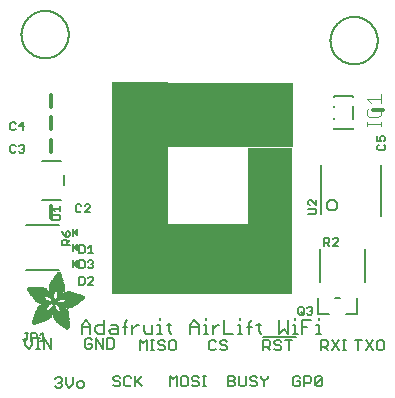
<source format=gbr>
G04 EAGLE Gerber RS-274X export*
G75*
%MOMM*%
%FSLAX34Y34*%
%LPD*%
%INSilkscreen Top*%
%IPPOS*%
%AMOC8*
5,1,8,0,0,1.08239X$1,22.5*%
G01*
%ADD10C,0.127000*%
%ADD11R,4.699000X17.907000*%
%ADD12R,13.208000X5.461000*%
%ADD13R,3.810000X12.446000*%
%ADD14R,7.239000X5.969000*%
%ADD15C,0.152400*%
%ADD16C,0.304800*%
%ADD17C,0.203200*%
%ADD18R,0.127000X0.762000*%
%ADD19C,0.101600*%
%ADD20R,0.068600X0.007600*%
%ADD21R,0.114300X0.007600*%
%ADD22R,0.152400X0.007700*%
%ADD23R,0.182900X0.007600*%
%ADD24R,0.205700X0.007600*%
%ADD25R,0.228600X0.007600*%
%ADD26R,0.259100X0.007600*%
%ADD27R,0.274300X0.007700*%
%ADD28R,0.289500X0.007600*%
%ADD29R,0.304800X0.007600*%
%ADD30R,0.320100X0.007600*%
%ADD31R,0.342900X0.007600*%
%ADD32R,0.350500X0.007700*%
%ADD33R,0.365800X0.007600*%
%ADD34R,0.381000X0.007600*%
%ADD35R,0.388600X0.007600*%
%ADD36R,0.403800X0.007600*%
%ADD37R,0.419100X0.007700*%
%ADD38R,0.426700X0.007600*%
%ADD39R,0.441900X0.007600*%
%ADD40R,0.449600X0.007600*%
%ADD41R,0.464800X0.007600*%
%ADD42R,0.480000X0.007700*%
%ADD43R,0.487600X0.007600*%
%ADD44R,0.495300X0.007600*%
%ADD45R,0.510500X0.007600*%
%ADD46R,0.518100X0.007600*%
%ADD47R,0.525700X0.007700*%
%ADD48R,0.541000X0.007600*%
%ADD49R,0.548600X0.007600*%
%ADD50R,0.563800X0.007600*%
%ADD51R,0.571500X0.007600*%
%ADD52R,0.579100X0.007700*%
%ADD53R,0.594300X0.007600*%
%ADD54R,0.601900X0.007600*%
%ADD55R,0.609600X0.007600*%
%ADD56R,0.624800X0.007600*%
%ADD57R,0.632400X0.007700*%
%ADD58R,0.640000X0.007600*%
%ADD59R,0.655300X0.007600*%
%ADD60R,0.662900X0.007600*%
%ADD61R,0.678100X0.007600*%
%ADD62R,0.685800X0.007700*%
%ADD63R,0.693400X0.007600*%
%ADD64R,0.708600X0.007600*%
%ADD65R,0.716200X0.007600*%
%ADD66R,0.723900X0.007600*%
%ADD67R,0.739100X0.007700*%
%ADD68R,0.746700X0.007600*%
%ADD69R,0.754300X0.007600*%
%ADD70R,0.769600X0.007600*%
%ADD71R,0.777200X0.007600*%
%ADD72R,0.792400X0.007700*%
%ADD73R,0.800100X0.007600*%
%ADD74R,0.807700X0.007600*%
%ADD75R,0.822900X0.007600*%
%ADD76R,0.830500X0.007600*%
%ADD77R,0.838200X0.007700*%
%ADD78R,0.091500X0.007600*%
%ADD79R,0.853400X0.007600*%
%ADD80R,0.144700X0.007600*%
%ADD81R,0.861000X0.007600*%
%ADD82R,0.190500X0.007600*%
%ADD83R,0.876300X0.007600*%
%ADD84R,0.221000X0.007600*%
%ADD85R,0.883900X0.007600*%
%ADD86R,0.259000X0.007700*%
%ADD87R,0.891500X0.007700*%
%ADD88R,0.289600X0.007600*%
%ADD89R,0.906700X0.007600*%
%ADD90R,0.914400X0.007600*%
%ADD91R,0.350500X0.007600*%
%ADD92R,0.922000X0.007600*%
%ADD93R,0.937200X0.007600*%
%ADD94R,0.411400X0.007700*%
%ADD95R,0.944800X0.007700*%
%ADD96R,0.434300X0.007600*%
%ADD97R,0.952500X0.007600*%
%ADD98R,0.464900X0.007600*%
%ADD99R,0.967700X0.007600*%
%ADD100R,0.975300X0.007600*%
%ADD101R,0.518200X0.007600*%
%ADD102R,0.990600X0.007600*%
%ADD103R,0.548600X0.007700*%
%ADD104R,0.998200X0.007700*%
%ADD105R,1.005800X0.007600*%
%ADD106R,0.594400X0.007600*%
%ADD107R,1.021000X0.007600*%
%ADD108R,0.617200X0.007600*%
%ADD109R,1.028700X0.007600*%
%ADD110R,0.647700X0.007600*%
%ADD111R,1.036300X0.007600*%
%ADD112R,0.670500X0.007700*%
%ADD113R,1.051500X0.007700*%
%ADD114R,1.059100X0.007600*%
%ADD115R,0.716300X0.007600*%
%ADD116R,1.066800X0.007600*%
%ADD117R,0.739100X0.007600*%
%ADD118R,1.074400X0.007600*%
%ADD119R,0.762000X0.007600*%
%ADD120R,1.089600X0.007600*%
%ADD121R,0.784800X0.007700*%
%ADD122R,1.097200X0.007700*%
%ADD123R,1.104900X0.007600*%
%ADD124R,0.830600X0.007600*%
%ADD125R,1.112500X0.007600*%
%ADD126R,0.845800X0.007600*%
%ADD127R,1.120100X0.007600*%
%ADD128R,0.868700X0.007600*%
%ADD129R,1.127700X0.007600*%
%ADD130R,1.135300X0.007700*%
%ADD131R,1.143000X0.007600*%
%ADD132R,0.944900X0.007600*%
%ADD133R,1.150600X0.007600*%
%ADD134R,0.960100X0.007600*%
%ADD135R,1.158200X0.007600*%
%ADD136R,0.983000X0.007600*%
%ADD137R,1.165800X0.007600*%
%ADD138R,1.005900X0.007700*%
%ADD139R,1.173400X0.007700*%
%ADD140R,1.021100X0.007600*%
%ADD141R,1.181100X0.007600*%
%ADD142R,1.044000X0.007600*%
%ADD143R,1.188700X0.007600*%
%ADD144R,1.196300X0.007600*%
%ADD145R,1.082000X0.007600*%
%ADD146R,1.203900X0.007600*%
%ADD147R,1.104900X0.007700*%
%ADD148R,1.211500X0.007700*%
%ADD149R,1.211500X0.007600*%
%ADD150R,1.219200X0.007600*%
%ADD151R,1.226800X0.007600*%
%ADD152R,1.234400X0.007600*%
%ADD153R,1.188700X0.007700*%
%ADD154R,1.242000X0.007700*%
%ADD155R,1.242000X0.007600*%
%ADD156R,1.211600X0.007600*%
%ADD157R,1.249600X0.007600*%
%ADD158R,1.257300X0.007600*%
%ADD159R,1.264900X0.007600*%
%ADD160R,1.242100X0.007700*%
%ADD161R,1.264900X0.007700*%
%ADD162R,1.272500X0.007600*%
%ADD163R,1.265000X0.007600*%
%ADD164R,1.280100X0.007600*%
%ADD165R,1.272600X0.007600*%
%ADD166R,1.287700X0.007600*%
%ADD167R,1.287800X0.007600*%
%ADD168R,1.295400X0.007700*%
%ADD169R,1.303000X0.007600*%
%ADD170R,1.318200X0.007600*%
%ADD171R,1.310600X0.007600*%
%ADD172R,1.325900X0.007600*%
%ADD173R,1.341100X0.007700*%
%ADD174R,1.318200X0.007700*%
%ADD175R,1.341100X0.007600*%
%ADD176R,1.325800X0.007600*%
%ADD177R,1.348700X0.007600*%
%ADD178R,1.364000X0.007600*%
%ADD179R,1.333500X0.007600*%
%ADD180R,1.371600X0.007700*%
%ADD181R,1.379200X0.007600*%
%ADD182R,1.379300X0.007600*%
%ADD183R,1.386900X0.007600*%
%ADD184R,1.394500X0.007600*%
%ADD185R,1.356300X0.007600*%
%ADD186R,1.394400X0.007700*%
%ADD187R,1.356300X0.007700*%
%ADD188R,1.402000X0.007600*%
%ADD189R,1.409700X0.007600*%
%ADD190R,1.363900X0.007600*%
%ADD191R,1.417300X0.007600*%
%ADD192R,1.371600X0.007600*%
%ADD193R,1.424900X0.007700*%
%ADD194R,1.424900X0.007600*%
%ADD195R,1.432600X0.007600*%
%ADD196R,1.440200X0.007600*%
%ADD197R,1.386800X0.007600*%
%ADD198R,1.447800X0.007700*%
%ADD199R,1.386800X0.007700*%
%ADD200R,1.447800X0.007600*%
%ADD201R,1.455500X0.007600*%
%ADD202R,1.394400X0.007600*%
%ADD203R,1.463100X0.007600*%
%ADD204R,1.455400X0.007700*%
%ADD205R,1.463000X0.007600*%
%ADD206R,1.470600X0.007600*%
%ADD207R,1.470600X0.007700*%
%ADD208R,1.409700X0.007700*%
%ADD209R,1.470700X0.007600*%
%ADD210R,1.402100X0.007600*%
%ADD211R,1.478300X0.007600*%
%ADD212R,1.478300X0.007700*%
%ADD213R,1.402100X0.007700*%
%ADD214R,1.485900X0.007600*%
%ADD215R,1.485900X0.007700*%
%ADD216R,1.493500X0.007700*%
%ADD217R,1.493500X0.007600*%
%ADD218R,1.394500X0.007700*%
%ADD219R,1.493600X0.007700*%
%ADD220R,1.386900X0.007700*%
%ADD221R,1.379200X0.007700*%
%ADD222R,2.857500X0.007700*%
%ADD223R,2.857500X0.007600*%
%ADD224R,2.849900X0.007600*%
%ADD225R,2.842300X0.007600*%
%ADD226R,2.834700X0.007700*%
%ADD227R,2.827000X0.007600*%
%ADD228R,2.819400X0.007600*%
%ADD229R,2.811800X0.007600*%
%ADD230R,2.811800X0.007700*%
%ADD231R,2.804100X0.007600*%
%ADD232R,2.796500X0.007600*%
%ADD233R,1.966000X0.007600*%
%ADD234R,1.943100X0.007600*%
%ADD235R,0.754400X0.007600*%
%ADD236R,1.927900X0.007700*%
%ADD237R,0.746700X0.007700*%
%ADD238R,1.912600X0.007600*%
%ADD239R,0.731500X0.007600*%
%ADD240R,1.905000X0.007600*%
%ADD241R,1.882200X0.007600*%
%ADD242R,1.874600X0.007600*%
%ADD243R,1.866900X0.007700*%
%ADD244R,0.708700X0.007700*%
%ADD245R,1.851600X0.007600*%
%ADD246R,0.701100X0.007600*%
%ADD247R,1.844000X0.007600*%
%ADD248R,1.836400X0.007600*%
%ADD249R,1.821200X0.007600*%
%ADD250R,0.685800X0.007600*%
%ADD251R,1.813500X0.007700*%
%ADD252R,1.805900X0.007600*%
%ADD253R,0.678200X0.007600*%
%ADD254R,1.790700X0.007600*%
%ADD255R,0.670600X0.007600*%
%ADD256R,1.775500X0.007600*%
%ADD257R,1.767900X0.007700*%
%ADD258R,0.663000X0.007700*%
%ADD259R,1.760200X0.007600*%
%ADD260R,1.752600X0.007600*%
%ADD261R,0.937300X0.007600*%
%ADD262R,0.792500X0.007600*%
%ADD263R,0.899100X0.007600*%
%ADD264R,0.883900X0.007700*%
%ADD265R,0.716300X0.007700*%
%ADD266R,0.647700X0.007700*%
%ADD267R,0.640100X0.007600*%
%ADD268R,0.632500X0.007600*%
%ADD269R,0.655400X0.007600*%
%ADD270R,0.632400X0.007600*%
%ADD271R,0.845800X0.007700*%
%ADD272R,0.617200X0.007700*%
%ADD273R,0.624800X0.007700*%
%ADD274R,0.602000X0.007600*%
%ADD275R,0.838200X0.007600*%
%ADD276R,0.586700X0.007600*%
%ADD277R,0.548700X0.007600*%
%ADD278R,0.830500X0.007700*%
%ADD279R,0.541000X0.007700*%
%ADD280R,0.594300X0.007700*%
%ADD281R,0.525800X0.007600*%
%ADD282R,0.586800X0.007600*%
%ADD283R,0.815300X0.007600*%
%ADD284R,0.579200X0.007600*%
%ADD285R,0.815400X0.007600*%
%ADD286R,0.815400X0.007700*%
%ADD287R,0.571500X0.007700*%
%ADD288R,0.807800X0.007600*%
%ADD289R,0.563900X0.007600*%
%ADD290R,0.457200X0.007600*%
%ADD291R,0.442000X0.007600*%
%ADD292R,0.556300X0.007600*%
%ADD293R,0.807700X0.007700*%
%ADD294R,0.411500X0.007600*%
%ADD295R,0.533400X0.007600*%
%ADD296R,0.076200X0.007600*%
%ADD297R,0.403900X0.007600*%
%ADD298R,0.525700X0.007600*%
%ADD299R,0.388700X0.007600*%
%ADD300R,0.297200X0.007600*%
%ADD301R,0.373400X0.007700*%
%ADD302R,0.503000X0.007700*%
%ADD303R,0.426800X0.007700*%
%ADD304R,0.358100X0.007600*%
%ADD305R,0.502900X0.007600*%
%ADD306R,0.472400X0.007600*%
%ADD307R,0.487700X0.007600*%
%ADD308R,0.335300X0.007600*%
%ADD309R,0.792500X0.007700*%
%ADD310R,0.327600X0.007700*%
%ADD311R,0.472400X0.007700*%
%ADD312R,0.640000X0.007700*%
%ADD313R,0.784800X0.007600*%
%ADD314R,0.320000X0.007600*%
%ADD315R,0.792400X0.007600*%
%ADD316R,1.173400X0.007600*%
%ADD317R,1.196400X0.007600*%
%ADD318R,0.784900X0.007600*%
%ADD319R,0.784900X0.007700*%
%ADD320R,0.297200X0.007700*%
%ADD321R,1.249700X0.007600*%
%ADD322R,0.281900X0.007600*%
%ADD323R,1.295400X0.007600*%
%ADD324R,0.266700X0.007600*%
%ADD325R,0.777300X0.007700*%
%ADD326R,0.266700X0.007700*%
%ADD327R,1.333500X0.007700*%
%ADD328R,0.777300X0.007600*%
%ADD329R,1.348800X0.007600*%
%ADD330R,0.251500X0.007600*%
%ADD331R,0.243900X0.007700*%
%ADD332R,0.243900X0.007600*%
%ADD333R,1.440100X0.007600*%
%ADD334R,0.236200X0.007600*%
%ADD335R,0.762000X0.007700*%
%ADD336R,0.236200X0.007700*%
%ADD337R,1.508700X0.007700*%
%ADD338R,1.531600X0.007600*%
%ADD339R,1.546900X0.007600*%
%ADD340R,1.569700X0.007600*%
%ADD341R,1.585000X0.007600*%
%ADD342R,0.746800X0.007700*%
%ADD343R,1.607800X0.007700*%
%ADD344R,0.243800X0.007600*%
%ADD345R,1.630700X0.007600*%
%ADD346R,1.653500X0.007600*%
%ADD347R,0.739200X0.007600*%
%ADD348R,1.684000X0.007600*%
%ADD349R,2.019300X0.007600*%
%ADD350R,0.731500X0.007700*%
%ADD351R,2.026900X0.007700*%
%ADD352R,2.049800X0.007600*%
%ADD353R,2.057400X0.007600*%
%ADD354R,0.708700X0.007600*%
%ADD355R,2.072600X0.007600*%
%ADD356R,0.701000X0.007600*%
%ADD357R,2.095500X0.007600*%
%ADD358R,0.693500X0.007700*%
%ADD359R,2.110800X0.007700*%
%ADD360R,2.141200X0.007600*%
%ADD361R,0.060900X0.007600*%
%ADD362R,2.872700X0.007600*%
%ADD363R,3.124200X0.007600*%
%ADD364R,3.177600X0.007600*%
%ADD365R,3.215600X0.007700*%
%ADD366R,3.253700X0.007600*%
%ADD367R,3.284300X0.007600*%
%ADD368R,3.314700X0.007600*%
%ADD369R,3.352800X0.007600*%
%ADD370R,3.375600X0.007700*%
%ADD371R,3.406200X0.007600*%
%ADD372R,3.429000X0.007600*%
%ADD373R,3.451800X0.007600*%
%ADD374R,3.482400X0.007600*%
%ADD375R,1.828800X0.007700*%
%ADD376R,1.539300X0.007700*%
%ADD377R,1.767900X0.007600*%
%ADD378R,1.767800X0.007600*%
%ADD379R,1.760200X0.007700*%
%ADD380R,1.760300X0.007600*%
%ADD381R,1.775400X0.007700*%
%ADD382R,1.379300X0.007700*%
%ADD383R,1.783000X0.007600*%
%ADD384R,1.813500X0.007600*%
%ADD385R,1.821100X0.007700*%
%ADD386R,0.503000X0.007600*%
%ADD387R,1.135400X0.007600*%
%ADD388R,1.127700X0.007700*%
%ADD389R,0.487700X0.007700*%
%ADD390R,1.120200X0.007600*%
%ADD391R,1.097300X0.007600*%
%ADD392R,0.510600X0.007600*%
%ADD393R,1.074400X0.007700*%
%ADD394R,0.525800X0.007700*%
%ADD395R,1.440200X0.007700*%
%ADD396R,1.059200X0.007600*%
%ADD397R,1.051600X0.007600*%
%ADD398R,1.051500X0.007600*%
%ADD399R,1.043900X0.007700*%
%ADD400R,0.602000X0.007700*%
%ADD401R,1.524000X0.007600*%
%ADD402R,1.539300X0.007600*%
%ADD403R,1.592600X0.007600*%
%ADD404R,1.021100X0.007700*%
%ADD405R,1.615400X0.007700*%
%ADD406R,1.013400X0.007600*%
%ADD407R,1.653600X0.007600*%
%ADD408R,1.013500X0.007600*%
%ADD409R,1.699300X0.007600*%
%ADD410R,2.743200X0.007600*%
%ADD411R,1.005900X0.007600*%
%ADD412R,2.415500X0.007600*%
%ADD413R,1.005800X0.007700*%
%ADD414R,0.281900X0.007700*%
%ADD415R,2.408000X0.007700*%
%ADD416R,2.407900X0.007600*%
%ADD417R,0.998200X0.007600*%
%ADD418R,0.282000X0.007600*%
%ADD419R,0.998300X0.007600*%
%ADD420R,2.400300X0.007600*%
%ADD421R,0.289500X0.007700*%
%ADD422R,2.400300X0.007700*%
%ADD423R,0.297100X0.007600*%
%ADD424R,0.312400X0.007600*%
%ADD425R,2.392700X0.007600*%
%ADD426R,0.990600X0.007700*%
%ADD427R,0.327700X0.007700*%
%ADD428R,2.392700X0.007700*%
%ADD429R,2.385100X0.007600*%
%ADD430R,0.381000X0.007700*%
%ADD431R,2.377400X0.007700*%
%ADD432R,2.377400X0.007600*%
%ADD433R,2.369800X0.007600*%
%ADD434R,0.419100X0.007600*%
%ADD435R,2.362200X0.007600*%
%ADD436R,0.426800X0.007600*%
%ADD437R,1.036300X0.007700*%
%ADD438R,0.442000X0.007700*%
%ADD439R,2.354600X0.007700*%
%ADD440R,2.354600X0.007600*%
%ADD441R,0.480100X0.007600*%
%ADD442R,2.347000X0.007600*%
%ADD443R,1.074500X0.007600*%
%ADD444R,2.339400X0.007600*%
%ADD445R,1.082100X0.007700*%
%ADD446R,0.548700X0.007700*%
%ADD447R,2.331800X0.007700*%
%ADD448R,2.331800X0.007600*%
%ADD449R,0.624900X0.007600*%
%ADD450R,2.324100X0.007600*%
%ADD451R,1.859300X0.007600*%
%ADD452R,2.308800X0.007600*%
%ADD453R,2.301200X0.007700*%
%ADD454R,2.301200X0.007600*%
%ADD455R,2.293600X0.007600*%
%ADD456R,2.278400X0.007600*%
%ADD457R,1.889800X0.007600*%
%ADD458R,2.270700X0.007600*%
%ADD459R,1.897400X0.007700*%
%ADD460R,2.255500X0.007700*%
%ADD461R,1.897400X0.007600*%
%ADD462R,2.247900X0.007600*%
%ADD463R,2.232600X0.007600*%
%ADD464R,1.912700X0.007600*%
%ADD465R,2.209800X0.007600*%
%ADD466R,1.920300X0.007600*%
%ADD467R,2.186900X0.007600*%
%ADD468R,1.920300X0.007700*%
%ADD469R,2.171700X0.007700*%
%ADD470R,1.935500X0.007600*%
%ADD471R,2.148800X0.007600*%
%ADD472R,2.126000X0.007600*%
%ADD473R,1.950700X0.007600*%
%ADD474R,1.958400X0.007700*%
%ADD475R,2.042200X0.007700*%
%ADD476R,1.973600X0.007600*%
%ADD477R,1.996500X0.007600*%
%ADD478R,1.981200X0.007600*%
%ADD479R,1.988800X0.007600*%
%ADD480R,1.996400X0.007700*%
%ADD481R,1.996400X0.007600*%
%ADD482R,2.004100X0.007600*%
%ADD483R,1.874500X0.007600*%
%ADD484R,1.425000X0.007600*%
%ADD485R,2.026900X0.007600*%
%ADD486R,0.434400X0.007700*%
%ADD487R,1.364000X0.007700*%
%ADD488R,2.034500X0.007600*%
%ADD489R,0.434400X0.007600*%
%ADD490R,2.049700X0.007600*%
%ADD491R,2.065000X0.007700*%
%ADD492R,0.464800X0.007700*%
%ADD493R,1.196300X0.007700*%
%ADD494R,2.080300X0.007600*%
%ADD495R,1.158300X0.007600*%
%ADD496R,2.087900X0.007600*%
%ADD497R,0.472500X0.007600*%
%ADD498R,2.103100X0.007600*%
%ADD499R,2.118400X0.007600*%
%ADD500R,2.133600X0.007600*%
%ADD501R,2.148800X0.007700*%
%ADD502R,2.164000X0.007600*%
%ADD503R,2.171700X0.007600*%
%ADD504R,2.187000X0.007600*%
%ADD505R,0.556200X0.007600*%
%ADD506R,2.202200X0.007700*%
%ADD507R,0.556200X0.007700*%
%ADD508R,0.640100X0.007700*%
%ADD509R,0.579100X0.007600*%
%ADD510R,0.480000X0.007600*%
%ADD511R,1.752600X0.007700*%
%ADD512R,0.487600X0.007700*%
%ADD513R,0.594400X0.007700*%
%ADD514R,0.358100X0.007700*%
%ADD515R,0.099000X0.007600*%
%ADD516R,1.280200X0.007600*%
%ADD517R,1.745000X0.007600*%
%ADD518R,1.744900X0.007600*%
%ADD519R,1.737300X0.007700*%
%ADD520R,1.737400X0.007600*%
%ADD521R,1.729800X0.007600*%
%ADD522R,1.722200X0.007600*%
%ADD523R,1.722100X0.007600*%
%ADD524R,1.714500X0.007700*%
%ADD525R,1.356400X0.007700*%
%ADD526R,1.706900X0.007600*%
%ADD527R,1.356400X0.007600*%
%ADD528R,1.691700X0.007600*%
%ADD529R,1.668800X0.007700*%
%ADD530R,1.645900X0.007600*%
%ADD531R,1.623100X0.007600*%
%ADD532R,1.577400X0.007600*%
%ADD533R,1.554400X0.007600*%
%ADD534R,1.539200X0.007600*%
%ADD535R,1.524000X0.007700*%
%ADD536R,1.501100X0.007600*%
%ADD537R,1.455400X0.007600*%
%ADD538R,1.348800X0.007700*%
%ADD539R,1.318300X0.007600*%
%ADD540R,1.310600X0.007700*%
%ADD541R,1.287800X0.007700*%
%ADD542R,1.234500X0.007600*%
%ADD543R,1.226900X0.007600*%
%ADD544R,1.173500X0.007700*%
%ADD545R,1.173500X0.007600*%
%ADD546R,1.165900X0.007600*%
%ADD547R,1.143000X0.007700*%
%ADD548R,1.127800X0.007600*%
%ADD549R,1.097200X0.007600*%
%ADD550R,1.028700X0.007700*%
%ADD551R,0.982900X0.007600*%
%ADD552R,0.952500X0.007700*%
%ADD553R,0.929600X0.007600*%
%ADD554R,0.906800X0.007700*%
%ADD555R,0.906800X0.007600*%
%ADD556R,0.899200X0.007600*%
%ADD557R,0.884000X0.007600*%
%ADD558R,0.876300X0.007700*%
%ADD559R,0.830600X0.007700*%
%ADD560R,0.754400X0.007700*%
%ADD561R,0.746800X0.007600*%
%ADD562R,0.708600X0.007700*%
%ADD563R,0.678200X0.007700*%
%ADD564R,0.663000X0.007600*%
%ADD565R,0.632500X0.007700*%
%ADD566R,0.556300X0.007700*%
%ADD567R,0.518200X0.007700*%
%ADD568R,0.434300X0.007700*%
%ADD569R,0.396300X0.007700*%
%ADD570R,0.373300X0.007600*%
%ADD571R,0.365700X0.007600*%
%ADD572R,0.327700X0.007600*%
%ADD573R,0.304800X0.007700*%
%ADD574R,0.274300X0.007600*%
%ADD575R,0.243800X0.007700*%
%ADD576R,0.205800X0.007600*%
%ADD577R,0.152400X0.007600*%
%ADD578R,0.121900X0.007700*%

G36*
X52588Y132593D02*
X52588Y132593D01*
X52617Y132590D01*
X52709Y132610D01*
X52802Y132623D01*
X52829Y132636D01*
X52858Y132642D01*
X52938Y132690D01*
X53022Y132732D01*
X53043Y132753D01*
X53069Y132768D01*
X53130Y132840D01*
X53196Y132906D01*
X53209Y132932D01*
X53229Y132955D01*
X53264Y133042D01*
X53306Y133126D01*
X53310Y133156D01*
X53321Y133183D01*
X53339Y133350D01*
X53339Y138430D01*
X53334Y138459D01*
X53337Y138489D01*
X53315Y138580D01*
X53300Y138673D01*
X53286Y138699D01*
X53279Y138728D01*
X53228Y138807D01*
X53184Y138890D01*
X53163Y138911D01*
X53147Y138936D01*
X53074Y138995D01*
X53006Y139060D01*
X52979Y139072D01*
X52956Y139091D01*
X52868Y139124D01*
X52783Y139163D01*
X52753Y139166D01*
X52726Y139177D01*
X52632Y139180D01*
X52539Y139190D01*
X52509Y139184D01*
X52480Y139185D01*
X52390Y139158D01*
X52298Y139138D01*
X52273Y139123D01*
X52244Y139114D01*
X52102Y139024D01*
X48927Y136484D01*
X48858Y136407D01*
X48785Y136334D01*
X48776Y136317D01*
X48763Y136302D01*
X48721Y136206D01*
X48675Y136114D01*
X48673Y136094D01*
X48665Y136076D01*
X48656Y135973D01*
X48642Y135870D01*
X48646Y135851D01*
X48644Y135831D01*
X48669Y135730D01*
X48688Y135628D01*
X48698Y135611D01*
X48702Y135592D01*
X48758Y135505D01*
X48809Y135414D01*
X48826Y135397D01*
X48834Y135384D01*
X48859Y135364D01*
X48927Y135296D01*
X52102Y132756D01*
X52128Y132741D01*
X52150Y132721D01*
X52235Y132681D01*
X52317Y132635D01*
X52346Y132629D01*
X52373Y132617D01*
X52466Y132607D01*
X52558Y132589D01*
X52588Y132593D01*
G37*
G36*
X52588Y119893D02*
X52588Y119893D01*
X52617Y119890D01*
X52709Y119910D01*
X52802Y119923D01*
X52829Y119936D01*
X52858Y119942D01*
X52938Y119990D01*
X53022Y120032D01*
X53043Y120053D01*
X53069Y120068D01*
X53130Y120140D01*
X53196Y120206D01*
X53209Y120232D01*
X53229Y120255D01*
X53264Y120342D01*
X53306Y120426D01*
X53310Y120456D01*
X53321Y120483D01*
X53339Y120650D01*
X53339Y125730D01*
X53334Y125759D01*
X53337Y125789D01*
X53315Y125880D01*
X53300Y125973D01*
X53286Y125999D01*
X53279Y126028D01*
X53228Y126107D01*
X53184Y126190D01*
X53163Y126211D01*
X53147Y126236D01*
X53074Y126295D01*
X53006Y126360D01*
X52979Y126372D01*
X52956Y126391D01*
X52868Y126424D01*
X52783Y126463D01*
X52753Y126466D01*
X52726Y126477D01*
X52632Y126480D01*
X52539Y126490D01*
X52509Y126484D01*
X52480Y126485D01*
X52390Y126458D01*
X52298Y126438D01*
X52273Y126423D01*
X52244Y126414D01*
X52102Y126324D01*
X48927Y123784D01*
X48858Y123707D01*
X48785Y123634D01*
X48776Y123617D01*
X48763Y123602D01*
X48721Y123506D01*
X48675Y123414D01*
X48673Y123394D01*
X48665Y123376D01*
X48656Y123273D01*
X48642Y123170D01*
X48646Y123151D01*
X48644Y123131D01*
X48669Y123030D01*
X48688Y122928D01*
X48698Y122911D01*
X48702Y122892D01*
X48758Y122805D01*
X48809Y122714D01*
X48826Y122697D01*
X48834Y122684D01*
X48859Y122664D01*
X48927Y122596D01*
X52102Y120056D01*
X52128Y120041D01*
X52150Y120021D01*
X52235Y119981D01*
X52317Y119935D01*
X52346Y119929D01*
X52373Y119917D01*
X52466Y119907D01*
X52558Y119889D01*
X52588Y119893D01*
G37*
G36*
X52588Y105923D02*
X52588Y105923D01*
X52617Y105920D01*
X52709Y105940D01*
X52802Y105953D01*
X52829Y105966D01*
X52858Y105972D01*
X52938Y106020D01*
X53022Y106062D01*
X53043Y106083D01*
X53069Y106098D01*
X53130Y106170D01*
X53196Y106236D01*
X53209Y106262D01*
X53229Y106285D01*
X53264Y106372D01*
X53306Y106456D01*
X53310Y106486D01*
X53321Y106513D01*
X53339Y106680D01*
X53339Y111760D01*
X53334Y111789D01*
X53337Y111819D01*
X53315Y111910D01*
X53300Y112003D01*
X53286Y112029D01*
X53279Y112058D01*
X53228Y112137D01*
X53184Y112220D01*
X53163Y112241D01*
X53147Y112266D01*
X53074Y112325D01*
X53006Y112390D01*
X52979Y112402D01*
X52956Y112421D01*
X52868Y112454D01*
X52783Y112493D01*
X52753Y112496D01*
X52726Y112507D01*
X52632Y112510D01*
X52539Y112520D01*
X52509Y112514D01*
X52480Y112515D01*
X52390Y112488D01*
X52298Y112468D01*
X52273Y112453D01*
X52244Y112444D01*
X52102Y112354D01*
X48927Y109814D01*
X48858Y109737D01*
X48785Y109664D01*
X48776Y109647D01*
X48763Y109632D01*
X48721Y109536D01*
X48675Y109444D01*
X48673Y109424D01*
X48665Y109406D01*
X48656Y109303D01*
X48642Y109200D01*
X48646Y109181D01*
X48644Y109161D01*
X48669Y109060D01*
X48688Y108958D01*
X48698Y108941D01*
X48702Y108922D01*
X48758Y108835D01*
X48809Y108744D01*
X48826Y108727D01*
X48834Y108714D01*
X48859Y108694D01*
X48927Y108626D01*
X52102Y106086D01*
X52128Y106071D01*
X52150Y106051D01*
X52235Y106011D01*
X52317Y105965D01*
X52346Y105959D01*
X52373Y105947D01*
X52466Y105937D01*
X52558Y105919D01*
X52588Y105923D01*
G37*
D10*
X8481Y46363D02*
X8481Y40431D01*
X11447Y37465D01*
X14413Y40431D01*
X14413Y46363D01*
X17837Y37465D02*
X20802Y37465D01*
X19320Y37465D02*
X19320Y46363D01*
X20802Y46363D02*
X17837Y46363D01*
X24073Y46363D02*
X24073Y37465D01*
X30005Y37465D02*
X24073Y46363D01*
X30005Y46363D02*
X30005Y37465D01*
D11*
X106045Y173355D03*
D12*
X168910Y235585D03*
D13*
X215900Y146050D03*
D14*
X163195Y113665D03*
D10*
X35075Y13343D02*
X33592Y11860D01*
X35075Y13343D02*
X38041Y13343D01*
X39524Y11860D01*
X39524Y10377D01*
X38041Y8894D01*
X36558Y8894D01*
X38041Y8894D02*
X39524Y7411D01*
X39524Y5928D01*
X38041Y4445D01*
X35075Y4445D01*
X33592Y5928D01*
X42947Y7411D02*
X42947Y13343D01*
X42947Y7411D02*
X45913Y4445D01*
X48879Y7411D01*
X48879Y13343D01*
X53786Y4445D02*
X56751Y4445D01*
X58234Y5928D01*
X58234Y8894D01*
X56751Y10377D01*
X53786Y10377D01*
X52303Y8894D01*
X52303Y5928D01*
X53786Y4445D01*
X64924Y44880D02*
X63441Y46363D01*
X60475Y46363D01*
X58992Y44880D01*
X58992Y38948D01*
X60475Y37465D01*
X63441Y37465D01*
X64924Y38948D01*
X64924Y41914D01*
X61958Y41914D01*
X68347Y37465D02*
X68347Y46363D01*
X74279Y37465D01*
X74279Y46363D01*
X77703Y46363D02*
X77703Y37465D01*
X82151Y37465D01*
X83634Y38948D01*
X83634Y44880D01*
X82151Y46363D01*
X77703Y46363D01*
X87571Y14613D02*
X89054Y13130D01*
X87571Y14613D02*
X84605Y14613D01*
X83122Y13130D01*
X83122Y11647D01*
X84605Y10164D01*
X87571Y10164D01*
X89054Y8681D01*
X89054Y7198D01*
X87571Y5715D01*
X84605Y5715D01*
X83122Y7198D01*
X96926Y14613D02*
X98409Y13130D01*
X96926Y14613D02*
X93960Y14613D01*
X92477Y13130D01*
X92477Y7198D01*
X93960Y5715D01*
X96926Y5715D01*
X98409Y7198D01*
X101833Y5715D02*
X101833Y14613D01*
X107764Y14613D02*
X101833Y8681D01*
X103316Y10164D02*
X107764Y5715D01*
X105404Y36195D02*
X105404Y45093D01*
X108370Y42127D01*
X111336Y45093D01*
X111336Y36195D01*
X114759Y36195D02*
X117725Y36195D01*
X116242Y36195D02*
X116242Y45093D01*
X114759Y45093D02*
X117725Y45093D01*
X125445Y45093D02*
X126928Y43610D01*
X125445Y45093D02*
X122479Y45093D01*
X120996Y43610D01*
X120996Y42127D01*
X122479Y40644D01*
X125445Y40644D01*
X126928Y39161D01*
X126928Y37678D01*
X125445Y36195D01*
X122479Y36195D01*
X120996Y37678D01*
X131834Y45093D02*
X134800Y45093D01*
X131834Y45093D02*
X130351Y43610D01*
X130351Y37678D01*
X131834Y36195D01*
X134800Y36195D01*
X136283Y37678D01*
X136283Y43610D01*
X134800Y45093D01*
X130804Y14613D02*
X130804Y5715D01*
X133770Y11647D02*
X130804Y14613D01*
X133770Y11647D02*
X136736Y14613D01*
X136736Y5715D01*
X141642Y14613D02*
X144608Y14613D01*
X141642Y14613D02*
X140159Y13130D01*
X140159Y7198D01*
X141642Y5715D01*
X144608Y5715D01*
X146091Y7198D01*
X146091Y13130D01*
X144608Y14613D01*
X153963Y14613D02*
X155446Y13130D01*
X153963Y14613D02*
X150997Y14613D01*
X149514Y13130D01*
X149514Y11647D01*
X150997Y10164D01*
X153963Y10164D01*
X155446Y8681D01*
X155446Y7198D01*
X153963Y5715D01*
X150997Y5715D01*
X149514Y7198D01*
X158869Y5715D02*
X161835Y5715D01*
X160352Y5715D02*
X160352Y14613D01*
X158869Y14613D02*
X161835Y14613D01*
X169932Y43610D02*
X168449Y45093D01*
X165483Y45093D01*
X164000Y43610D01*
X164000Y37678D01*
X165483Y36195D01*
X168449Y36195D01*
X169932Y37678D01*
X177804Y45093D02*
X179287Y43610D01*
X177804Y45093D02*
X174838Y45093D01*
X173355Y43610D01*
X173355Y42127D01*
X174838Y40644D01*
X177804Y40644D01*
X179287Y39161D01*
X179287Y37678D01*
X177804Y36195D01*
X174838Y36195D01*
X173355Y37678D01*
X180045Y14613D02*
X180045Y5715D01*
X180045Y14613D02*
X184493Y14613D01*
X185976Y13130D01*
X185976Y11647D01*
X184493Y10164D01*
X185976Y8681D01*
X185976Y7198D01*
X184493Y5715D01*
X180045Y5715D01*
X180045Y10164D02*
X184493Y10164D01*
X189400Y7198D02*
X189400Y14613D01*
X189400Y7198D02*
X190883Y5715D01*
X193849Y5715D01*
X195332Y7198D01*
X195332Y14613D01*
X203204Y14613D02*
X204687Y13130D01*
X203204Y14613D02*
X200238Y14613D01*
X198755Y13130D01*
X198755Y11647D01*
X200238Y10164D01*
X203204Y10164D01*
X204687Y8681D01*
X204687Y7198D01*
X203204Y5715D01*
X200238Y5715D01*
X198755Y7198D01*
X208110Y13130D02*
X208110Y14613D01*
X208110Y13130D02*
X211076Y10164D01*
X214042Y13130D01*
X214042Y14613D01*
X211076Y10164D02*
X211076Y5715D01*
X209487Y47625D02*
X237553Y47625D01*
X210122Y45093D02*
X210122Y36195D01*
X210122Y45093D02*
X214571Y45093D01*
X216054Y43610D01*
X216054Y40644D01*
X214571Y39161D01*
X210122Y39161D01*
X213088Y39161D02*
X216054Y36195D01*
X223926Y45093D02*
X225409Y43610D01*
X223926Y45093D02*
X220960Y45093D01*
X219477Y43610D01*
X219477Y42127D01*
X220960Y40644D01*
X223926Y40644D01*
X225409Y39161D01*
X225409Y37678D01*
X223926Y36195D01*
X220960Y36195D01*
X219477Y37678D01*
X231798Y36195D02*
X231798Y45093D01*
X228833Y45093D02*
X234764Y45093D01*
X239971Y14613D02*
X241454Y13130D01*
X239971Y14613D02*
X237005Y14613D01*
X235522Y13130D01*
X235522Y7198D01*
X237005Y5715D01*
X239971Y5715D01*
X241454Y7198D01*
X241454Y10164D01*
X238488Y10164D01*
X244877Y5715D02*
X244877Y14613D01*
X249326Y14613D01*
X250809Y13130D01*
X250809Y10164D01*
X249326Y8681D01*
X244877Y8681D01*
X254233Y7198D02*
X254233Y13130D01*
X255716Y14613D01*
X258681Y14613D01*
X260164Y13130D01*
X260164Y7198D01*
X258681Y5715D01*
X255716Y5715D01*
X254233Y7198D01*
X260164Y13130D01*
X258671Y36195D02*
X258671Y45093D01*
X263120Y45093D01*
X264603Y43610D01*
X264603Y40644D01*
X263120Y39161D01*
X258671Y39161D01*
X261637Y39161D02*
X264603Y36195D01*
X273958Y36195D02*
X268027Y45093D01*
X273958Y45093D02*
X268027Y36195D01*
X277382Y36195D02*
X280348Y36195D01*
X278865Y36195D02*
X278865Y45093D01*
X277382Y45093D02*
X280348Y45093D01*
X290558Y45093D02*
X290558Y36195D01*
X287592Y45093D02*
X293524Y45093D01*
X296947Y45093D02*
X302879Y36195D01*
X296947Y36195D02*
X302879Y45093D01*
X307786Y45093D02*
X310751Y45093D01*
X307786Y45093D02*
X306303Y43610D01*
X306303Y37678D01*
X307786Y36195D01*
X310751Y36195D01*
X312234Y37678D01*
X312234Y43610D01*
X310751Y45093D01*
D15*
X56215Y50292D02*
X56215Y57749D01*
X59944Y61478D01*
X63672Y57749D01*
X63672Y50292D01*
X63672Y55885D02*
X56215Y55885D01*
X75366Y61478D02*
X75366Y50292D01*
X69773Y50292D01*
X67909Y52156D01*
X67909Y55885D01*
X69773Y57749D01*
X75366Y57749D01*
X81467Y57749D02*
X85196Y57749D01*
X87060Y55885D01*
X87060Y50292D01*
X81467Y50292D01*
X79603Y52156D01*
X81467Y54021D01*
X87060Y54021D01*
X93161Y50292D02*
X93161Y59613D01*
X95025Y61478D01*
X95025Y55885D02*
X91297Y55885D01*
X99093Y57749D02*
X99093Y50292D01*
X99093Y54021D02*
X102821Y57749D01*
X104686Y57749D01*
X108838Y57749D02*
X108838Y52156D01*
X110702Y50292D01*
X116295Y50292D01*
X116295Y57749D01*
X120532Y57749D02*
X122396Y57749D01*
X122396Y50292D01*
X120532Y50292D02*
X124260Y50292D01*
X122396Y61478D02*
X122396Y63342D01*
X130192Y59613D02*
X130192Y52156D01*
X132056Y50292D01*
X132056Y57749D02*
X128328Y57749D01*
X147818Y57749D02*
X147818Y50292D01*
X147818Y57749D02*
X151546Y61478D01*
X155275Y57749D01*
X155275Y50292D01*
X155275Y55885D02*
X147818Y55885D01*
X159512Y57749D02*
X161376Y57749D01*
X161376Y50292D01*
X159512Y50292D02*
X163240Y50292D01*
X161376Y61478D02*
X161376Y63342D01*
X167308Y57749D02*
X167308Y50292D01*
X167308Y54021D02*
X171036Y57749D01*
X172900Y57749D01*
X177053Y61478D02*
X177053Y50292D01*
X184510Y50292D01*
X188747Y57749D02*
X190611Y57749D01*
X190611Y50292D01*
X188747Y50292D02*
X192475Y50292D01*
X190611Y61478D02*
X190611Y63342D01*
X198407Y59613D02*
X198407Y50292D01*
X198407Y59613D02*
X200271Y61478D01*
X200271Y55885D02*
X196543Y55885D01*
X206203Y59613D02*
X206203Y52156D01*
X208067Y50292D01*
X208067Y57749D02*
X204339Y57749D01*
X223829Y61478D02*
X223829Y50292D01*
X227557Y54021D01*
X231286Y50292D01*
X231286Y61478D01*
X235523Y57749D02*
X237387Y57749D01*
X237387Y50292D01*
X235523Y50292D02*
X239251Y50292D01*
X237387Y61478D02*
X237387Y63342D01*
X243318Y61478D02*
X243318Y50292D01*
X243318Y61478D02*
X250776Y61478D01*
X247047Y55885D02*
X243318Y55885D01*
X255012Y57749D02*
X256877Y57749D01*
X256877Y50292D01*
X258741Y50292D02*
X255012Y50292D01*
X256877Y61478D02*
X256877Y63342D01*
D16*
X30480Y242570D02*
X30480Y252730D01*
D17*
X38480Y196840D02*
X22480Y196840D01*
X22480Y163840D02*
X38480Y163840D01*
X40980Y176340D02*
X40980Y184340D01*
D15*
X36744Y146354D02*
X31236Y146354D01*
X36744Y146354D02*
X37846Y147455D01*
X37846Y149659D01*
X36744Y150760D01*
X31236Y150760D01*
X33440Y153838D02*
X31236Y156041D01*
X37846Y156041D01*
X37846Y153838D02*
X37846Y158244D01*
D16*
X30480Y158750D02*
X30480Y148590D01*
D15*
X54867Y159772D02*
X55968Y158670D01*
X54867Y159772D02*
X52664Y159772D01*
X51562Y158670D01*
X51562Y154264D01*
X52664Y153162D01*
X54867Y153162D01*
X55968Y154264D01*
X59046Y153162D02*
X63453Y153162D01*
X63453Y157568D02*
X59046Y153162D01*
X63453Y157568D02*
X63453Y158670D01*
X62351Y159772D01*
X60148Y159772D01*
X59046Y158670D01*
D17*
X5400Y303530D02*
X5406Y304021D01*
X5424Y304511D01*
X5454Y305001D01*
X5496Y305490D01*
X5550Y305978D01*
X5616Y306465D01*
X5694Y306949D01*
X5784Y307432D01*
X5886Y307912D01*
X5999Y308390D01*
X6124Y308864D01*
X6261Y309336D01*
X6409Y309804D01*
X6569Y310268D01*
X6740Y310728D01*
X6922Y311184D01*
X7116Y311635D01*
X7320Y312081D01*
X7536Y312522D01*
X7762Y312958D01*
X7998Y313388D01*
X8245Y313812D01*
X8503Y314230D01*
X8771Y314641D01*
X9048Y315046D01*
X9336Y315444D01*
X9633Y315835D01*
X9940Y316218D01*
X10256Y316593D01*
X10581Y316961D01*
X10915Y317321D01*
X11258Y317672D01*
X11609Y318015D01*
X11969Y318349D01*
X12337Y318674D01*
X12712Y318990D01*
X13095Y319297D01*
X13486Y319594D01*
X13884Y319882D01*
X14289Y320159D01*
X14700Y320427D01*
X15118Y320685D01*
X15542Y320932D01*
X15972Y321168D01*
X16408Y321394D01*
X16849Y321610D01*
X17295Y321814D01*
X17746Y322008D01*
X18202Y322190D01*
X18662Y322361D01*
X19126Y322521D01*
X19594Y322669D01*
X20066Y322806D01*
X20540Y322931D01*
X21018Y323044D01*
X21498Y323146D01*
X21981Y323236D01*
X22465Y323314D01*
X22952Y323380D01*
X23440Y323434D01*
X23929Y323476D01*
X24419Y323506D01*
X24909Y323524D01*
X25400Y323530D01*
X25891Y323524D01*
X26381Y323506D01*
X26871Y323476D01*
X27360Y323434D01*
X27848Y323380D01*
X28335Y323314D01*
X28819Y323236D01*
X29302Y323146D01*
X29782Y323044D01*
X30260Y322931D01*
X30734Y322806D01*
X31206Y322669D01*
X31674Y322521D01*
X32138Y322361D01*
X32598Y322190D01*
X33054Y322008D01*
X33505Y321814D01*
X33951Y321610D01*
X34392Y321394D01*
X34828Y321168D01*
X35258Y320932D01*
X35682Y320685D01*
X36100Y320427D01*
X36511Y320159D01*
X36916Y319882D01*
X37314Y319594D01*
X37705Y319297D01*
X38088Y318990D01*
X38463Y318674D01*
X38831Y318349D01*
X39191Y318015D01*
X39542Y317672D01*
X39885Y317321D01*
X40219Y316961D01*
X40544Y316593D01*
X40860Y316218D01*
X41167Y315835D01*
X41464Y315444D01*
X41752Y315046D01*
X42029Y314641D01*
X42297Y314230D01*
X42555Y313812D01*
X42802Y313388D01*
X43038Y312958D01*
X43264Y312522D01*
X43480Y312081D01*
X43684Y311635D01*
X43878Y311184D01*
X44060Y310728D01*
X44231Y310268D01*
X44391Y309804D01*
X44539Y309336D01*
X44676Y308864D01*
X44801Y308390D01*
X44914Y307912D01*
X45016Y307432D01*
X45106Y306949D01*
X45184Y306465D01*
X45250Y305978D01*
X45304Y305490D01*
X45346Y305001D01*
X45376Y304511D01*
X45394Y304021D01*
X45400Y303530D01*
X45394Y303039D01*
X45376Y302549D01*
X45346Y302059D01*
X45304Y301570D01*
X45250Y301082D01*
X45184Y300595D01*
X45106Y300111D01*
X45016Y299628D01*
X44914Y299148D01*
X44801Y298670D01*
X44676Y298196D01*
X44539Y297724D01*
X44391Y297256D01*
X44231Y296792D01*
X44060Y296332D01*
X43878Y295876D01*
X43684Y295425D01*
X43480Y294979D01*
X43264Y294538D01*
X43038Y294102D01*
X42802Y293672D01*
X42555Y293248D01*
X42297Y292830D01*
X42029Y292419D01*
X41752Y292014D01*
X41464Y291616D01*
X41167Y291225D01*
X40860Y290842D01*
X40544Y290467D01*
X40219Y290099D01*
X39885Y289739D01*
X39542Y289388D01*
X39191Y289045D01*
X38831Y288711D01*
X38463Y288386D01*
X38088Y288070D01*
X37705Y287763D01*
X37314Y287466D01*
X36916Y287178D01*
X36511Y286901D01*
X36100Y286633D01*
X35682Y286375D01*
X35258Y286128D01*
X34828Y285892D01*
X34392Y285666D01*
X33951Y285450D01*
X33505Y285246D01*
X33054Y285052D01*
X32598Y284870D01*
X32138Y284699D01*
X31674Y284539D01*
X31206Y284391D01*
X30734Y284254D01*
X30260Y284129D01*
X29782Y284016D01*
X29302Y283914D01*
X28819Y283824D01*
X28335Y283746D01*
X27848Y283680D01*
X27360Y283626D01*
X26871Y283584D01*
X26381Y283554D01*
X25891Y283536D01*
X25400Y283530D01*
X24909Y283536D01*
X24419Y283554D01*
X23929Y283584D01*
X23440Y283626D01*
X22952Y283680D01*
X22465Y283746D01*
X21981Y283824D01*
X21498Y283914D01*
X21018Y284016D01*
X20540Y284129D01*
X20066Y284254D01*
X19594Y284391D01*
X19126Y284539D01*
X18662Y284699D01*
X18202Y284870D01*
X17746Y285052D01*
X17295Y285246D01*
X16849Y285450D01*
X16408Y285666D01*
X15972Y285892D01*
X15542Y286128D01*
X15118Y286375D01*
X14700Y286633D01*
X14289Y286901D01*
X13884Y287178D01*
X13486Y287466D01*
X13095Y287763D01*
X12712Y288070D01*
X12337Y288386D01*
X11969Y288711D01*
X11609Y289045D01*
X11258Y289388D01*
X10915Y289739D01*
X10581Y290099D01*
X10256Y290467D01*
X9940Y290842D01*
X9633Y291225D01*
X9336Y291616D01*
X9048Y292014D01*
X8771Y292419D01*
X8503Y292830D01*
X8245Y293248D01*
X7998Y293672D01*
X7762Y294102D01*
X7536Y294538D01*
X7320Y294979D01*
X7116Y295425D01*
X6922Y295876D01*
X6740Y296332D01*
X6569Y296792D01*
X6409Y297256D01*
X6261Y297724D01*
X6124Y298196D01*
X5999Y298670D01*
X5886Y299148D01*
X5784Y299628D01*
X5694Y300111D01*
X5616Y300595D01*
X5550Y301082D01*
X5496Y301570D01*
X5454Y302059D01*
X5424Y302549D01*
X5406Y303039D01*
X5400Y303530D01*
X267020Y298450D02*
X267026Y298941D01*
X267044Y299431D01*
X267074Y299921D01*
X267116Y300410D01*
X267170Y300898D01*
X267236Y301385D01*
X267314Y301869D01*
X267404Y302352D01*
X267506Y302832D01*
X267619Y303310D01*
X267744Y303784D01*
X267881Y304256D01*
X268029Y304724D01*
X268189Y305188D01*
X268360Y305648D01*
X268542Y306104D01*
X268736Y306555D01*
X268940Y307001D01*
X269156Y307442D01*
X269382Y307878D01*
X269618Y308308D01*
X269865Y308732D01*
X270123Y309150D01*
X270391Y309561D01*
X270668Y309966D01*
X270956Y310364D01*
X271253Y310755D01*
X271560Y311138D01*
X271876Y311513D01*
X272201Y311881D01*
X272535Y312241D01*
X272878Y312592D01*
X273229Y312935D01*
X273589Y313269D01*
X273957Y313594D01*
X274332Y313910D01*
X274715Y314217D01*
X275106Y314514D01*
X275504Y314802D01*
X275909Y315079D01*
X276320Y315347D01*
X276738Y315605D01*
X277162Y315852D01*
X277592Y316088D01*
X278028Y316314D01*
X278469Y316530D01*
X278915Y316734D01*
X279366Y316928D01*
X279822Y317110D01*
X280282Y317281D01*
X280746Y317441D01*
X281214Y317589D01*
X281686Y317726D01*
X282160Y317851D01*
X282638Y317964D01*
X283118Y318066D01*
X283601Y318156D01*
X284085Y318234D01*
X284572Y318300D01*
X285060Y318354D01*
X285549Y318396D01*
X286039Y318426D01*
X286529Y318444D01*
X287020Y318450D01*
X287511Y318444D01*
X288001Y318426D01*
X288491Y318396D01*
X288980Y318354D01*
X289468Y318300D01*
X289955Y318234D01*
X290439Y318156D01*
X290922Y318066D01*
X291402Y317964D01*
X291880Y317851D01*
X292354Y317726D01*
X292826Y317589D01*
X293294Y317441D01*
X293758Y317281D01*
X294218Y317110D01*
X294674Y316928D01*
X295125Y316734D01*
X295571Y316530D01*
X296012Y316314D01*
X296448Y316088D01*
X296878Y315852D01*
X297302Y315605D01*
X297720Y315347D01*
X298131Y315079D01*
X298536Y314802D01*
X298934Y314514D01*
X299325Y314217D01*
X299708Y313910D01*
X300083Y313594D01*
X300451Y313269D01*
X300811Y312935D01*
X301162Y312592D01*
X301505Y312241D01*
X301839Y311881D01*
X302164Y311513D01*
X302480Y311138D01*
X302787Y310755D01*
X303084Y310364D01*
X303372Y309966D01*
X303649Y309561D01*
X303917Y309150D01*
X304175Y308732D01*
X304422Y308308D01*
X304658Y307878D01*
X304884Y307442D01*
X305100Y307001D01*
X305304Y306555D01*
X305498Y306104D01*
X305680Y305648D01*
X305851Y305188D01*
X306011Y304724D01*
X306159Y304256D01*
X306296Y303784D01*
X306421Y303310D01*
X306534Y302832D01*
X306636Y302352D01*
X306726Y301869D01*
X306804Y301385D01*
X306870Y300898D01*
X306924Y300410D01*
X306966Y299921D01*
X306996Y299431D01*
X307014Y298941D01*
X307020Y298450D01*
X307014Y297959D01*
X306996Y297469D01*
X306966Y296979D01*
X306924Y296490D01*
X306870Y296002D01*
X306804Y295515D01*
X306726Y295031D01*
X306636Y294548D01*
X306534Y294068D01*
X306421Y293590D01*
X306296Y293116D01*
X306159Y292644D01*
X306011Y292176D01*
X305851Y291712D01*
X305680Y291252D01*
X305498Y290796D01*
X305304Y290345D01*
X305100Y289899D01*
X304884Y289458D01*
X304658Y289022D01*
X304422Y288592D01*
X304175Y288168D01*
X303917Y287750D01*
X303649Y287339D01*
X303372Y286934D01*
X303084Y286536D01*
X302787Y286145D01*
X302480Y285762D01*
X302164Y285387D01*
X301839Y285019D01*
X301505Y284659D01*
X301162Y284308D01*
X300811Y283965D01*
X300451Y283631D01*
X300083Y283306D01*
X299708Y282990D01*
X299325Y282683D01*
X298934Y282386D01*
X298536Y282098D01*
X298131Y281821D01*
X297720Y281553D01*
X297302Y281295D01*
X296878Y281048D01*
X296448Y280812D01*
X296012Y280586D01*
X295571Y280370D01*
X295125Y280166D01*
X294674Y279972D01*
X294218Y279790D01*
X293758Y279619D01*
X293294Y279459D01*
X292826Y279311D01*
X292354Y279174D01*
X291880Y279049D01*
X291402Y278936D01*
X290922Y278834D01*
X290439Y278744D01*
X289955Y278666D01*
X289468Y278600D01*
X288980Y278546D01*
X288491Y278504D01*
X288001Y278474D01*
X287511Y278456D01*
X287020Y278450D01*
X286529Y278456D01*
X286039Y278474D01*
X285549Y278504D01*
X285060Y278546D01*
X284572Y278600D01*
X284085Y278666D01*
X283601Y278744D01*
X283118Y278834D01*
X282638Y278936D01*
X282160Y279049D01*
X281686Y279174D01*
X281214Y279311D01*
X280746Y279459D01*
X280282Y279619D01*
X279822Y279790D01*
X279366Y279972D01*
X278915Y280166D01*
X278469Y280370D01*
X278028Y280586D01*
X277592Y280812D01*
X277162Y281048D01*
X276738Y281295D01*
X276320Y281553D01*
X275909Y281821D01*
X275504Y282098D01*
X275106Y282386D01*
X274715Y282683D01*
X274332Y282990D01*
X273957Y283306D01*
X273589Y283631D01*
X273229Y283965D01*
X272878Y284308D01*
X272535Y284659D01*
X272201Y285019D01*
X271876Y285387D01*
X271560Y285762D01*
X271253Y286145D01*
X270956Y286536D01*
X270668Y286934D01*
X270391Y287339D01*
X270123Y287750D01*
X269865Y288168D01*
X269618Y288592D01*
X269382Y289022D01*
X269156Y289458D01*
X268940Y289899D01*
X268736Y290345D01*
X268542Y290796D01*
X268360Y291252D01*
X268189Y291712D01*
X268029Y292176D01*
X267881Y292644D01*
X267744Y293116D01*
X267619Y293590D01*
X267506Y294068D01*
X267404Y294548D01*
X267314Y295031D01*
X267236Y295515D01*
X267170Y296002D01*
X267116Y296490D01*
X267074Y296979D01*
X267044Y297469D01*
X267026Y297959D01*
X267020Y298450D01*
D18*
X48768Y123190D03*
D15*
X54374Y112274D02*
X54374Y105664D01*
X57679Y105664D01*
X58780Y106766D01*
X58780Y111172D01*
X57679Y112274D01*
X54374Y112274D01*
X61858Y111172D02*
X62959Y112274D01*
X65163Y112274D01*
X66264Y111172D01*
X66264Y110070D01*
X65163Y108969D01*
X64061Y108969D01*
X65163Y108969D02*
X66264Y107867D01*
X66264Y106766D01*
X65163Y105664D01*
X62959Y105664D01*
X61858Y106766D01*
D16*
X30480Y204470D02*
X30480Y214630D01*
D15*
X360Y208962D02*
X-742Y210064D01*
X-2945Y210064D01*
X-4046Y208962D01*
X-4046Y204556D01*
X-2945Y203454D01*
X-742Y203454D01*
X360Y204556D01*
X3438Y208962D02*
X4539Y210064D01*
X6743Y210064D01*
X7844Y208962D01*
X7844Y207860D01*
X6743Y206759D01*
X5641Y206759D01*
X6743Y206759D02*
X7844Y205657D01*
X7844Y204556D01*
X6743Y203454D01*
X4539Y203454D01*
X3438Y204556D01*
D16*
X30480Y223520D02*
X30480Y233680D01*
D15*
X360Y228012D02*
X-742Y229114D01*
X-2945Y229114D01*
X-4046Y228012D01*
X-4046Y223606D01*
X-2945Y222504D01*
X-742Y222504D01*
X360Y223606D01*
X6743Y222504D02*
X6743Y229114D01*
X3438Y225809D01*
X7844Y225809D01*
X6350Y45552D02*
X7452Y44450D01*
X8553Y44450D01*
X9655Y45552D01*
X9655Y51060D01*
X10756Y51060D02*
X8553Y51060D01*
X13834Y51060D02*
X13834Y44450D01*
X13834Y51060D02*
X17139Y51060D01*
X18241Y49958D01*
X18241Y47755D01*
X17139Y46653D01*
X13834Y46653D01*
X21318Y48856D02*
X23522Y51060D01*
X23522Y44450D01*
X25725Y44450D02*
X21318Y44450D01*
D17*
X309626Y149892D02*
X309626Y193008D01*
X259334Y193008D02*
X259334Y151162D01*
X263652Y159258D02*
X263654Y159393D01*
X263660Y159528D01*
X263670Y159662D01*
X263684Y159796D01*
X263702Y159930D01*
X263723Y160063D01*
X263749Y160195D01*
X263779Y160327D01*
X263812Y160458D01*
X263849Y160587D01*
X263891Y160716D01*
X263935Y160843D01*
X263984Y160969D01*
X264036Y161093D01*
X264092Y161216D01*
X264152Y161337D01*
X264215Y161456D01*
X264281Y161573D01*
X264351Y161688D01*
X264425Y161802D01*
X264502Y161913D01*
X264581Y162021D01*
X264665Y162127D01*
X264751Y162231D01*
X264840Y162332D01*
X264932Y162431D01*
X265027Y162526D01*
X265125Y162619D01*
X265225Y162709D01*
X265328Y162796D01*
X265434Y162880D01*
X265542Y162961D01*
X265652Y163038D01*
X265765Y163112D01*
X265880Y163183D01*
X265997Y163251D01*
X266115Y163315D01*
X266236Y163375D01*
X266358Y163432D01*
X266482Y163485D01*
X266608Y163535D01*
X266734Y163581D01*
X266863Y163623D01*
X266992Y163661D01*
X267122Y163695D01*
X267254Y163726D01*
X267386Y163753D01*
X267519Y163775D01*
X267652Y163794D01*
X267786Y163809D01*
X267921Y163820D01*
X268055Y163827D01*
X268190Y163830D01*
X268325Y163829D01*
X268460Y163824D01*
X268594Y163815D01*
X268729Y163802D01*
X268863Y163785D01*
X268996Y163764D01*
X269128Y163740D01*
X269260Y163711D01*
X269391Y163679D01*
X269521Y163642D01*
X269650Y163602D01*
X269777Y163558D01*
X269903Y163510D01*
X270028Y163459D01*
X270151Y163404D01*
X270273Y163345D01*
X270392Y163283D01*
X270510Y163217D01*
X270626Y163148D01*
X270739Y163076D01*
X270851Y163000D01*
X270960Y162921D01*
X271067Y162839D01*
X271171Y162753D01*
X271273Y162665D01*
X271372Y162573D01*
X271469Y162479D01*
X271562Y162382D01*
X271653Y162282D01*
X271741Y162180D01*
X271825Y162075D01*
X271907Y161967D01*
X271985Y161857D01*
X272060Y161745D01*
X272132Y161631D01*
X272200Y161515D01*
X272265Y161396D01*
X272326Y161276D01*
X272384Y161154D01*
X272438Y161031D01*
X272489Y160906D01*
X272535Y160779D01*
X272578Y160652D01*
X272618Y160523D01*
X272653Y160392D01*
X272685Y160261D01*
X272712Y160129D01*
X272736Y159997D01*
X272756Y159863D01*
X272772Y159729D01*
X272784Y159595D01*
X272792Y159460D01*
X272796Y159325D01*
X272796Y159191D01*
X272792Y159056D01*
X272784Y158921D01*
X272772Y158787D01*
X272756Y158653D01*
X272736Y158519D01*
X272712Y158387D01*
X272685Y158255D01*
X272653Y158124D01*
X272618Y157993D01*
X272578Y157864D01*
X272535Y157737D01*
X272489Y157610D01*
X272438Y157485D01*
X272384Y157362D01*
X272326Y157240D01*
X272265Y157120D01*
X272200Y157001D01*
X272132Y156885D01*
X272060Y156771D01*
X271985Y156659D01*
X271907Y156549D01*
X271825Y156441D01*
X271741Y156336D01*
X271653Y156234D01*
X271562Y156134D01*
X271469Y156037D01*
X271372Y155943D01*
X271273Y155851D01*
X271171Y155763D01*
X271067Y155677D01*
X270960Y155595D01*
X270851Y155516D01*
X270739Y155440D01*
X270626Y155368D01*
X270510Y155299D01*
X270392Y155233D01*
X270273Y155171D01*
X270151Y155112D01*
X270028Y155057D01*
X269903Y155006D01*
X269777Y154958D01*
X269650Y154914D01*
X269521Y154874D01*
X269391Y154837D01*
X269260Y154805D01*
X269128Y154776D01*
X268996Y154752D01*
X268863Y154731D01*
X268729Y154714D01*
X268594Y154701D01*
X268460Y154692D01*
X268325Y154687D01*
X268190Y154686D01*
X268055Y154689D01*
X267921Y154696D01*
X267786Y154707D01*
X267652Y154722D01*
X267519Y154741D01*
X267386Y154763D01*
X267254Y154790D01*
X267122Y154821D01*
X266992Y154855D01*
X266863Y154893D01*
X266734Y154935D01*
X266608Y154981D01*
X266482Y155031D01*
X266358Y155084D01*
X266236Y155141D01*
X266115Y155201D01*
X265997Y155265D01*
X265880Y155333D01*
X265765Y155404D01*
X265652Y155478D01*
X265542Y155555D01*
X265434Y155636D01*
X265328Y155720D01*
X265225Y155807D01*
X265125Y155897D01*
X265027Y155990D01*
X264932Y156085D01*
X264840Y156184D01*
X264751Y156285D01*
X264665Y156389D01*
X264581Y156495D01*
X264502Y156603D01*
X264425Y156714D01*
X264351Y156828D01*
X264281Y156943D01*
X264215Y157060D01*
X264152Y157179D01*
X264092Y157300D01*
X264036Y157423D01*
X263984Y157547D01*
X263935Y157673D01*
X263891Y157800D01*
X263849Y157929D01*
X263812Y158058D01*
X263779Y158189D01*
X263749Y158321D01*
X263723Y158453D01*
X263702Y158586D01*
X263684Y158720D01*
X263670Y158854D01*
X263660Y158988D01*
X263654Y159123D01*
X263652Y159258D01*
D15*
X253660Y151384D02*
X248152Y151384D01*
X253660Y151384D02*
X254762Y152486D01*
X254762Y154689D01*
X253660Y155790D01*
X248152Y155790D01*
X254762Y158868D02*
X254762Y163275D01*
X250356Y163275D02*
X254762Y158868D01*
X250356Y163275D02*
X249254Y163275D01*
X248152Y162173D01*
X248152Y159970D01*
X249254Y158868D01*
X270030Y223270D02*
X286230Y223270D01*
X286230Y251710D02*
X270030Y251710D01*
X286230Y242710D02*
X286230Y232270D01*
X270030Y241770D02*
X270030Y242710D01*
X270030Y233210D02*
X270030Y232270D01*
X270030Y250770D02*
X270030Y251710D01*
X270030Y224210D02*
X270030Y223270D01*
X286230Y223270D02*
X286230Y224210D01*
X286230Y250770D02*
X286230Y251710D01*
D19*
X309372Y229762D02*
X309372Y225864D01*
X309372Y227813D02*
X297678Y227813D01*
X297678Y225864D02*
X297678Y229762D01*
X297678Y239507D02*
X299627Y241456D01*
X297678Y239507D02*
X297678Y235609D01*
X299627Y233660D01*
X307423Y233660D01*
X309372Y235609D01*
X309372Y239507D01*
X307423Y241456D01*
X301576Y245354D02*
X297678Y249252D01*
X309372Y249252D01*
X309372Y245354D02*
X309372Y253150D01*
D18*
X48768Y135890D03*
D15*
X54374Y124974D02*
X54374Y118364D01*
X57679Y118364D01*
X58780Y119466D01*
X58780Y123872D01*
X57679Y124974D01*
X54374Y124974D01*
X61858Y122770D02*
X64061Y124974D01*
X64061Y118364D01*
X61858Y118364D02*
X66264Y118364D01*
D18*
X48768Y109220D03*
D15*
X54374Y98304D02*
X54374Y91694D01*
X57679Y91694D01*
X58780Y92796D01*
X58780Y97202D01*
X57679Y98304D01*
X54374Y98304D01*
X61858Y91694D02*
X66264Y91694D01*
X61858Y91694D02*
X66264Y96100D01*
X66264Y97202D01*
X65163Y98304D01*
X62959Y98304D01*
X61858Y97202D01*
D20*
X44298Y53340D03*
D21*
X44298Y53416D03*
D22*
X44260Y53493D03*
D23*
X44260Y53569D03*
D24*
X44298Y53645D03*
D25*
X44260Y53721D03*
D26*
X44260Y53797D03*
D27*
X44260Y53874D03*
D28*
X44260Y53950D03*
D29*
X44183Y54026D03*
D30*
X44184Y54102D03*
D31*
X44146Y54178D03*
D32*
X44108Y54255D03*
D33*
X44107Y54331D03*
D34*
X44031Y54407D03*
D35*
X43993Y54483D03*
D36*
X43993Y54559D03*
D37*
X43917Y54636D03*
D38*
X43879Y54712D03*
D39*
X43803Y54788D03*
D40*
X43764Y54864D03*
D41*
X43764Y54940D03*
D42*
X43688Y55017D03*
D43*
X43650Y55093D03*
D44*
X43612Y55169D03*
D45*
X43536Y55245D03*
D46*
X43498Y55321D03*
D47*
X43460Y55398D03*
D48*
X43383Y55474D03*
D49*
X43345Y55550D03*
D50*
X43269Y55626D03*
D51*
X43231Y55702D03*
D52*
X43193Y55779D03*
D53*
X43117Y55855D03*
D54*
X43079Y55931D03*
D55*
X43040Y56007D03*
D56*
X42964Y56083D03*
D57*
X42926Y56160D03*
D58*
X42888Y56236D03*
D59*
X42812Y56312D03*
D60*
X42774Y56388D03*
D61*
X42698Y56464D03*
D62*
X42659Y56541D03*
D63*
X42621Y56617D03*
D64*
X42545Y56693D03*
D65*
X42507Y56769D03*
D66*
X42469Y56845D03*
D67*
X42393Y56922D03*
D68*
X42355Y56998D03*
D69*
X42317Y57074D03*
D70*
X42240Y57150D03*
D71*
X42202Y57226D03*
D72*
X42126Y57303D03*
D73*
X42088Y57379D03*
D74*
X42050Y57455D03*
D75*
X41974Y57531D03*
D76*
X41936Y57607D03*
D77*
X41897Y57684D03*
D78*
X16371Y57760D03*
D79*
X41821Y57760D03*
D80*
X16409Y57836D03*
D81*
X41783Y57836D03*
D82*
X16485Y57912D03*
D83*
X41707Y57912D03*
D84*
X16561Y57988D03*
D85*
X41669Y57988D03*
D86*
X16599Y58065D03*
D87*
X41631Y58065D03*
D88*
X16675Y58141D03*
D89*
X41555Y58141D03*
D30*
X16752Y58217D03*
D90*
X41516Y58217D03*
D91*
X16828Y58293D03*
D92*
X41478Y58293D03*
D34*
X16904Y58369D03*
D93*
X41402Y58369D03*
D94*
X16980Y58446D03*
D95*
X41364Y58446D03*
D96*
X17095Y58522D03*
D97*
X41326Y58522D03*
D98*
X17171Y58598D03*
D99*
X41250Y58598D03*
D44*
X17247Y58674D03*
D100*
X41212Y58674D03*
D101*
X17361Y58750D03*
D102*
X41135Y58750D03*
D103*
X17437Y58827D03*
D104*
X41097Y58827D03*
D51*
X17552Y58903D03*
D105*
X41059Y58903D03*
D106*
X17666Y58979D03*
D107*
X40983Y58979D03*
D108*
X17780Y59055D03*
D109*
X40945Y59055D03*
D110*
X17857Y59131D03*
D111*
X40907Y59131D03*
D112*
X17971Y59208D03*
D113*
X40831Y59208D03*
D63*
X18085Y59284D03*
D114*
X40793Y59284D03*
D115*
X18200Y59360D03*
D116*
X40754Y59360D03*
D117*
X18314Y59436D03*
D118*
X40716Y59436D03*
D119*
X18428Y59512D03*
D120*
X40640Y59512D03*
D121*
X18542Y59589D03*
D122*
X40602Y59589D03*
D74*
X18657Y59665D03*
D123*
X40564Y59665D03*
D124*
X18771Y59741D03*
D125*
X40526Y59741D03*
D126*
X18923Y59817D03*
D127*
X40488Y59817D03*
D128*
X19038Y59893D03*
D129*
X40450Y59893D03*
D87*
X19152Y59970D03*
D130*
X40412Y59970D03*
D92*
X19304Y60046D03*
D131*
X40373Y60046D03*
D132*
X19419Y60122D03*
D133*
X40335Y60122D03*
D134*
X19571Y60198D03*
D135*
X40297Y60198D03*
D136*
X19685Y60274D03*
D137*
X40259Y60274D03*
D138*
X19800Y60351D03*
D139*
X40221Y60351D03*
D140*
X19952Y60427D03*
D141*
X40183Y60427D03*
D142*
X20066Y60503D03*
D143*
X40145Y60503D03*
D116*
X20180Y60579D03*
D144*
X40107Y60579D03*
D145*
X20333Y60655D03*
D146*
X40069Y60655D03*
D147*
X20448Y60732D03*
D148*
X40031Y60732D03*
D127*
X20524Y60808D03*
D149*
X40031Y60808D03*
D131*
X20638Y60884D03*
D150*
X39992Y60884D03*
D133*
X20752Y60960D03*
D151*
X39954Y60960D03*
D137*
X20828Y61036D03*
D152*
X39916Y61036D03*
D153*
X20943Y61113D03*
D154*
X39878Y61113D03*
D144*
X21057Y61189D03*
D155*
X39878Y61189D03*
D156*
X21133Y61265D03*
D157*
X39840Y61265D03*
D151*
X21209Y61341D03*
D158*
X39802Y61341D03*
D151*
X21285Y61417D03*
D159*
X39764Y61417D03*
D160*
X21362Y61494D03*
D161*
X39764Y61494D03*
D158*
X21438Y61570D03*
D162*
X39726Y61570D03*
D163*
X21552Y61646D03*
D164*
X39688Y61646D03*
D165*
X21590Y61722D03*
D166*
X39650Y61722D03*
D167*
X21666Y61798D03*
D166*
X39650Y61798D03*
D168*
X21781Y61875D03*
X39611Y61875D03*
D169*
X21819Y61951D03*
X39573Y61951D03*
D170*
X21895Y62027D03*
D169*
X39573Y62027D03*
D170*
X21971Y62103D03*
D171*
X39535Y62103D03*
D172*
X22010Y62179D03*
D171*
X39535Y62179D03*
D173*
X22086Y62256D03*
D174*
X39497Y62256D03*
D175*
X22162Y62332D03*
D176*
X39459Y62332D03*
D177*
X22200Y62408D03*
D176*
X39459Y62408D03*
D178*
X22276Y62484D03*
D179*
X39421Y62484D03*
D178*
X22352Y62560D03*
D179*
X39421Y62560D03*
D180*
X22390Y62637D03*
D173*
X39383Y62637D03*
D181*
X22428Y62713D03*
D175*
X39383Y62713D03*
D182*
X22505Y62789D03*
D177*
X39345Y62789D03*
D183*
X22543Y62865D03*
D177*
X39345Y62865D03*
D184*
X22581Y62941D03*
D185*
X39307Y62941D03*
D186*
X22657Y63018D03*
D187*
X39307Y63018D03*
D188*
X22695Y63094D03*
D185*
X39307Y63094D03*
D189*
X22734Y63170D03*
D190*
X39269Y63170D03*
D189*
X22810Y63246D03*
D190*
X39269Y63246D03*
D191*
X22848Y63322D03*
D192*
X39230Y63322D03*
D193*
X22886Y63399D03*
D180*
X39230Y63399D03*
D194*
X22962Y63475D03*
D192*
X39230Y63475D03*
D195*
X23000Y63551D03*
D181*
X39192Y63551D03*
D196*
X23038Y63627D03*
D181*
X39192Y63627D03*
D196*
X23114Y63703D03*
D197*
X39154Y63703D03*
D198*
X23152Y63780D03*
D199*
X39154Y63780D03*
D200*
X23152Y63856D03*
D197*
X39154Y63856D03*
D200*
X23228Y63932D03*
D197*
X39154Y63932D03*
D201*
X23267Y64008D03*
D202*
X39116Y64008D03*
D203*
X23305Y64084D03*
D202*
X39116Y64084D03*
D204*
X23343Y64161D03*
D186*
X39116Y64161D03*
D205*
X23381Y64237D03*
D188*
X39078Y64237D03*
D206*
X23419Y64313D03*
D188*
X39078Y64313D03*
D205*
X23457Y64389D03*
D188*
X39078Y64389D03*
D206*
X23495Y64465D03*
D188*
X39078Y64465D03*
D207*
X23495Y64542D03*
D208*
X39040Y64542D03*
D209*
X23572Y64618D03*
D210*
X39002Y64618D03*
D211*
X23610Y64694D03*
D210*
X39002Y64694D03*
D211*
X23610Y64770D03*
D210*
X39002Y64770D03*
D211*
X23686Y64846D03*
D210*
X39002Y64846D03*
D212*
X23686Y64923D03*
D213*
X39002Y64923D03*
D214*
X23724Y64999D03*
D189*
X38964Y64999D03*
D211*
X23762Y65075D03*
D189*
X38964Y65075D03*
D214*
X23800Y65151D03*
D189*
X38964Y65151D03*
D214*
X23800Y65227D03*
D189*
X38964Y65227D03*
D215*
X23877Y65304D03*
D208*
X38964Y65304D03*
D214*
X23877Y65380D03*
D189*
X38964Y65380D03*
D214*
X23877Y65456D03*
D189*
X38964Y65456D03*
D214*
X23953Y65532D03*
D210*
X38926Y65532D03*
D214*
X23953Y65608D03*
D210*
X38926Y65608D03*
D216*
X23991Y65685D03*
D213*
X38926Y65685D03*
D214*
X24029Y65761D03*
D210*
X38926Y65761D03*
D214*
X24029Y65837D03*
D210*
X38926Y65837D03*
D217*
X24067Y65913D03*
D210*
X38926Y65913D03*
D214*
X24105Y65989D03*
D210*
X38926Y65989D03*
D215*
X24105Y66066D03*
D218*
X38888Y66066D03*
D217*
X24143Y66142D03*
D184*
X38888Y66142D03*
D214*
X24181Y66218D03*
D184*
X38888Y66218D03*
D214*
X24181Y66294D03*
D184*
X38888Y66294D03*
D214*
X24181Y66370D03*
D184*
X38888Y66370D03*
D219*
X24219Y66447D03*
D220*
X38850Y66447D03*
D214*
X24258Y66523D03*
D183*
X38850Y66523D03*
D214*
X24258Y66599D03*
D183*
X38850Y66599D03*
D217*
X24296Y66675D03*
D183*
X38850Y66675D03*
D214*
X24334Y66751D03*
D181*
X38811Y66751D03*
D215*
X24334Y66828D03*
D221*
X38811Y66828D03*
D217*
X24372Y66904D03*
D181*
X38811Y66904D03*
D214*
X24410Y66980D03*
D181*
X38811Y66980D03*
D214*
X24410Y67056D03*
D192*
X38773Y67056D03*
D214*
X24410Y67132D03*
D192*
X38773Y67132D03*
D222*
X31344Y67209D03*
D223*
X31344Y67285D03*
D224*
X31306Y67361D03*
D225*
X31344Y67437D03*
X31344Y67513D03*
D226*
X31306Y67590D03*
D227*
X31344Y67666D03*
X31344Y67742D03*
D228*
X31306Y67818D03*
D229*
X31344Y67894D03*
D230*
X31344Y67971D03*
D231*
X31306Y68047D03*
D232*
X31344Y68123D03*
D233*
X27191Y68199D03*
D70*
X41402Y68199D03*
D234*
X27077Y68275D03*
D235*
X41478Y68275D03*
D236*
X27077Y68352D03*
D237*
X41517Y68352D03*
D238*
X27000Y68428D03*
D239*
X41517Y68428D03*
D240*
X26962Y68504D03*
D239*
X41517Y68504D03*
D241*
X26924Y68580D03*
D115*
X41517Y68580D03*
D242*
X26886Y68656D03*
D115*
X41517Y68656D03*
D243*
X26848Y68733D03*
D244*
X41479Y68733D03*
D245*
X26848Y68809D03*
D246*
X41517Y68809D03*
D247*
X26810Y68885D03*
D63*
X41478Y68885D03*
D248*
X26772Y68961D03*
D63*
X41478Y68961D03*
D249*
X26772Y69037D03*
D250*
X41440Y69037D03*
D251*
X26734Y69114D03*
D62*
X41440Y69114D03*
D252*
X26696Y69190D03*
D253*
X41402Y69190D03*
D254*
X26696Y69266D03*
D253*
X41402Y69266D03*
D254*
X26696Y69342D03*
D255*
X41364Y69342D03*
D256*
X26696Y69418D03*
D255*
X41364Y69418D03*
D257*
X26658Y69495D03*
D258*
X41326Y69495D03*
D259*
X26619Y69571D03*
D59*
X41288Y69571D03*
D260*
X26657Y69647D03*
D59*
X41288Y69647D03*
D261*
X22581Y69723D03*
D262*
X31382Y69723D03*
D110*
X41250Y69723D03*
D263*
X22467Y69799D03*
D117*
X31573Y69799D03*
D110*
X41174Y69799D03*
D264*
X22391Y69876D03*
D265*
X31687Y69876D03*
D266*
X41174Y69876D03*
D128*
X22391Y69952D03*
D63*
X31725Y69952D03*
D267*
X41136Y69952D03*
D128*
X22391Y70028D03*
D255*
X31763Y70028D03*
D268*
X41098Y70028D03*
D79*
X22390Y70104D03*
D269*
X31839Y70104D03*
D56*
X41059Y70104D03*
D79*
X22390Y70180D03*
D270*
X31877Y70180D03*
D56*
X41059Y70180D03*
D271*
X22428Y70257D03*
D272*
X31953Y70257D03*
D273*
X40983Y70257D03*
D126*
X22428Y70333D03*
D274*
X31953Y70333D03*
D108*
X40945Y70333D03*
D275*
X22466Y70409D03*
D276*
X32030Y70409D03*
D55*
X40907Y70409D03*
D275*
X22466Y70485D03*
D51*
X32030Y70485D03*
D274*
X40869Y70485D03*
D76*
X22505Y70561D03*
D277*
X32068Y70561D03*
D54*
X40793Y70561D03*
D278*
X22505Y70638D03*
D279*
X32106Y70638D03*
D280*
X40755Y70638D03*
D75*
X22543Y70714D03*
D281*
X32106Y70714D03*
D276*
X40717Y70714D03*
D75*
X22543Y70790D03*
D101*
X32144Y70790D03*
D282*
X40640Y70790D03*
D283*
X22581Y70866D03*
D44*
X32182Y70866D03*
D284*
X40602Y70866D03*
D285*
X22657Y70942D03*
D43*
X32220Y70942D03*
D51*
X40564Y70942D03*
D286*
X22657Y71019D03*
D42*
X32258Y71019D03*
D287*
X40488Y71019D03*
D288*
X22695Y71095D03*
D41*
X32258Y71095D03*
D289*
X40450Y71095D03*
D285*
X22733Y71171D03*
D290*
X32296Y71171D03*
D289*
X40374Y71171D03*
D74*
X22772Y71247D03*
D291*
X32296Y71247D03*
D292*
X40336Y71247D03*
D73*
X22810Y71323D03*
D96*
X32335Y71323D03*
D48*
X40259Y71323D03*
D293*
X22848Y71400D03*
D37*
X32335Y71400D03*
D279*
X40183Y71400D03*
D73*
X22886Y71476D03*
D294*
X32373Y71476D03*
D295*
X40145Y71476D03*
D296*
X45098Y71476D03*
D73*
X22962Y71552D03*
D297*
X32411Y71552D03*
D298*
X40031Y71552D03*
D84*
X45136Y71552D03*
D73*
X22962Y71628D03*
D299*
X32411Y71628D03*
D46*
X39993Y71628D03*
D300*
X45136Y71628D03*
D73*
X23038Y71704D03*
D34*
X32449Y71704D03*
D101*
X39916Y71704D03*
D33*
X45174Y71704D03*
D72*
X23076Y71781D03*
D301*
X32487Y71781D03*
D302*
X39840Y71781D03*
D303*
X45174Y71781D03*
D262*
X23153Y71857D03*
D304*
X32487Y71857D03*
D305*
X39764Y71857D03*
D306*
X45174Y71857D03*
D73*
X23191Y71933D03*
D304*
X32487Y71933D03*
D307*
X39688Y71933D03*
D101*
X45174Y71933D03*
D262*
X23229Y72009D03*
D91*
X32525Y72009D03*
D307*
X39612Y72009D03*
D50*
X45174Y72009D03*
D262*
X23305Y72085D03*
D308*
X32525Y72085D03*
D306*
X39535Y72085D03*
D274*
X45212Y72085D03*
D309*
X23381Y72162D03*
D310*
X32563Y72162D03*
D311*
X39459Y72162D03*
D312*
X45174Y72162D03*
D313*
X23419Y72238D03*
D314*
X32601Y72238D03*
D290*
X39383Y72238D03*
D250*
X45174Y72238D03*
D315*
X23457Y72314D03*
D314*
X32601Y72314D03*
D316*
X42888Y72314D03*
D262*
X23534Y72390D03*
D29*
X32601Y72390D03*
D317*
X42926Y72390D03*
D318*
X23572Y72466D03*
D300*
X32639Y72466D03*
D156*
X43002Y72466D03*
D319*
X23648Y72543D03*
D320*
X32639Y72543D03*
D160*
X43079Y72543D03*
D318*
X23724Y72619D03*
D88*
X32677Y72619D03*
D321*
X43117Y72619D03*
D313*
X23800Y72695D03*
D322*
X32716Y72695D03*
D162*
X43155Y72695D03*
D313*
X23876Y72771D03*
D322*
X32716Y72771D03*
D323*
X43193Y72771D03*
D71*
X23914Y72847D03*
D324*
X32716Y72847D03*
D171*
X43269Y72847D03*
D325*
X23991Y72924D03*
D326*
X32716Y72924D03*
D327*
X43308Y72924D03*
D328*
X24067Y73000D03*
D26*
X32754Y73000D03*
D329*
X43307Y73000D03*
D71*
X24143Y73076D03*
D26*
X32754Y73076D03*
D192*
X43345Y73076D03*
D71*
X24219Y73152D03*
D330*
X32792Y73152D03*
D183*
X43422Y73152D03*
D71*
X24295Y73228D03*
D330*
X32792Y73228D03*
D210*
X43422Y73228D03*
D325*
X24372Y73305D03*
D331*
X32830Y73305D03*
D193*
X43460Y73305D03*
D70*
X24486Y73381D03*
D332*
X32830Y73381D03*
D333*
X43460Y73381D03*
D70*
X24562Y73457D03*
D334*
X32868Y73457D03*
D201*
X43460Y73457D03*
D70*
X24638Y73533D03*
D334*
X32868Y73533D03*
D211*
X43498Y73533D03*
D70*
X24714Y73609D03*
D25*
X32906Y73609D03*
D217*
X43498Y73609D03*
D335*
X24829Y73686D03*
D336*
X32944Y73686D03*
D337*
X43498Y73686D03*
D119*
X24905Y73762D03*
D334*
X32944Y73762D03*
D338*
X43536Y73762D03*
D119*
X25057Y73838D03*
D334*
X32944Y73838D03*
D339*
X43536Y73838D03*
D119*
X25133Y73914D03*
D25*
X32982Y73914D03*
D340*
X43574Y73914D03*
D235*
X25248Y73990D03*
D334*
X33020Y73990D03*
D341*
X43574Y73990D03*
D342*
X25362Y74067D03*
D336*
X33020Y74067D03*
D343*
X43536Y74067D03*
D68*
X25515Y74143D03*
D344*
X33058Y74143D03*
D345*
X43574Y74143D03*
D68*
X25591Y74219D03*
D330*
X33097Y74219D03*
D346*
X43536Y74219D03*
D347*
X25781Y74295D03*
D324*
X33173Y74295D03*
D348*
X43536Y74295D03*
D239*
X25896Y74371D03*
D349*
X41936Y74371D03*
D350*
X26048Y74448D03*
D351*
X41974Y74448D03*
D66*
X26239Y74524D03*
D352*
X42012Y74524D03*
D115*
X26429Y74600D03*
D353*
X42050Y74600D03*
D354*
X26620Y74676D03*
D355*
X42050Y74676D03*
D356*
X26810Y74752D03*
D357*
X42088Y74752D03*
D358*
X27077Y74829D03*
D359*
X42088Y74829D03*
D63*
X27305Y74905D03*
D360*
X42088Y74905D03*
D361*
X22848Y74981D03*
D362*
X38507Y74981D03*
D363*
X37325Y75057D03*
D364*
X37211Y75133D03*
D365*
X37097Y75210D03*
D366*
X37059Y75286D03*
D367*
X36983Y75362D03*
D368*
X36907Y75438D03*
D369*
X36868Y75514D03*
D370*
X36830Y75591D03*
D371*
X36830Y75667D03*
D372*
X36792Y75743D03*
D373*
X36754Y75819D03*
D374*
X36754Y75895D03*
D375*
X28334Y75972D03*
D376*
X46546Y75972D03*
D254*
X27991Y76048D03*
D214*
X46889Y76048D03*
D377*
X27801Y76124D03*
D205*
X47155Y76124D03*
D378*
X27648Y76200D03*
D196*
X47346Y76200D03*
D377*
X27496Y76276D03*
D194*
X47575Y76276D03*
D379*
X27381Y76353D03*
D208*
X47727Y76353D03*
D259*
X27229Y76429D03*
D202*
X47879Y76429D03*
D259*
X27153Y76505D03*
D184*
X48032Y76505D03*
D380*
X27077Y76581D03*
D197*
X48146Y76581D03*
D256*
X27001Y76657D03*
D181*
X48336Y76657D03*
D381*
X26924Y76734D03*
D382*
X48413Y76734D03*
D383*
X26886Y76810D03*
D192*
X48527Y76810D03*
D254*
X26848Y76886D03*
D192*
X48679Y76886D03*
D252*
X26772Y76962D03*
D192*
X48755Y76962D03*
D384*
X26734Y77038D03*
D178*
X48870Y77038D03*
D385*
X26696Y77115D03*
D180*
X48984Y77115D03*
D150*
X23609Y77191D03*
D298*
X33173Y77191D03*
D192*
X49060Y77191D03*
D141*
X23343Y77267D03*
D386*
X33363Y77267D03*
D182*
X49175Y77267D03*
D135*
X23152Y77343D03*
D307*
X33440Y77343D03*
D181*
X49251Y77343D03*
D387*
X22962Y77419D03*
D307*
X33516Y77419D03*
D197*
X49289Y77419D03*
D388*
X22848Y77496D03*
D389*
X33592Y77496D03*
D186*
X49403Y77496D03*
D390*
X22657Y77572D03*
D44*
X33630Y77572D03*
D184*
X49480Y77572D03*
D125*
X22543Y77648D03*
D44*
X33706Y77648D03*
D189*
X49556Y77648D03*
D391*
X22391Y77724D03*
D386*
X33744Y77724D03*
D191*
X49594Y77724D03*
D145*
X22314Y77800D03*
D392*
X33782Y77800D03*
D194*
X49632Y77800D03*
D393*
X22200Y77877D03*
D394*
X33858Y77877D03*
D395*
X49708Y77877D03*
D116*
X22085Y77953D03*
D295*
X33896Y77953D03*
D200*
X49746Y77953D03*
D396*
X21971Y78029D03*
D277*
X33973Y78029D03*
D205*
X49822Y78029D03*
D397*
X21857Y78105D03*
D289*
X34049Y78105D03*
D209*
X49861Y78105D03*
D398*
X21781Y78181D03*
D284*
X34125Y78181D03*
D214*
X49861Y78181D03*
D399*
X21667Y78258D03*
D400*
X34163Y78258D03*
D337*
X49899Y78258D03*
D142*
X21590Y78334D03*
D108*
X34239Y78334D03*
D401*
X49898Y78334D03*
D111*
X21476Y78410D03*
D110*
X34316Y78410D03*
D402*
X49899Y78410D03*
D111*
X21400Y78486D03*
D255*
X34430Y78486D03*
D340*
X49899Y78486D03*
D140*
X21324Y78562D03*
D356*
X34506Y78562D03*
D403*
X49860Y78562D03*
D404*
X21248Y78639D03*
D67*
X34621Y78639D03*
D405*
X49822Y78639D03*
D406*
X21133Y78715D03*
D71*
X34811Y78715D03*
D407*
X49784Y78715D03*
D408*
X21057Y78791D03*
D124*
X35001Y78791D03*
D409*
X49632Y78791D03*
D408*
X20981Y78867D03*
D410*
X44488Y78867D03*
D411*
X20943Y78943D03*
D88*
X32144Y78943D03*
D412*
X46203Y78943D03*
D413*
X20866Y79020D03*
D414*
X32030Y79020D03*
D415*
X46317Y79020D03*
D105*
X20790Y79096D03*
D322*
X31954Y79096D03*
D416*
X46394Y79096D03*
D417*
X20752Y79172D03*
D418*
X31877Y79172D03*
D416*
X46470Y79172D03*
D417*
X20676Y79248D03*
D88*
X31839Y79248D03*
D416*
X46546Y79248D03*
D419*
X20600Y79324D03*
D88*
X31763Y79324D03*
D420*
X46584Y79324D03*
D104*
X20523Y79401D03*
D421*
X31687Y79401D03*
D422*
X46660Y79401D03*
D102*
X20485Y79477D03*
D423*
X31649Y79477D03*
D420*
X46737Y79477D03*
D102*
X20409Y79553D03*
D29*
X31534Y79553D03*
D420*
X46737Y79553D03*
D417*
X20371Y79629D03*
D424*
X31496Y79629D03*
D425*
X46775Y79629D03*
D417*
X20295Y79705D03*
D314*
X31458Y79705D03*
D425*
X46851Y79705D03*
D426*
X20257Y79782D03*
D427*
X31344Y79782D03*
D428*
X46851Y79782D03*
D419*
X20219Y79858D03*
D308*
X31306Y79858D03*
D429*
X46889Y79858D03*
D417*
X20142Y79934D03*
D91*
X31230Y79934D03*
D429*
X46889Y79934D03*
D105*
X20104Y80010D03*
D304*
X31192Y80010D03*
D429*
X46965Y80010D03*
D417*
X20066Y80086D03*
D33*
X31077Y80086D03*
D429*
X46965Y80086D03*
D413*
X20028Y80163D03*
D430*
X31001Y80163D03*
D431*
X47003Y80163D03*
D406*
X19990Y80239D03*
D35*
X30963Y80239D03*
D432*
X47003Y80239D03*
D406*
X19990Y80315D03*
D297*
X30887Y80315D03*
D433*
X47041Y80315D03*
D140*
X19952Y80391D03*
D434*
X30811Y80391D03*
D435*
X47003Y80391D03*
D109*
X19914Y80467D03*
D436*
X30696Y80467D03*
D435*
X47003Y80467D03*
D437*
X19876Y80544D03*
D438*
X30620Y80544D03*
D439*
X47041Y80544D03*
D111*
X19876Y80620D03*
D98*
X30506Y80620D03*
D440*
X47041Y80620D03*
D398*
X19876Y80696D03*
D441*
X30430Y80696D03*
D442*
X47079Y80696D03*
D114*
X19838Y80772D03*
D386*
X30315Y80772D03*
D442*
X47079Y80772D03*
D443*
X19838Y80848D03*
D281*
X30201Y80848D03*
D444*
X47041Y80848D03*
D445*
X19876Y80925D03*
D446*
X30087Y80925D03*
D447*
X47079Y80925D03*
D123*
X19914Y81001D03*
D284*
X29934Y81001D03*
D448*
X47079Y81001D03*
D131*
X20028Y81077D03*
D449*
X29706Y81077D03*
D450*
X47041Y81077D03*
D451*
X23534Y81153D03*
D450*
X47041Y81153D03*
D451*
X23534Y81229D03*
D452*
X47041Y81229D03*
D243*
X23496Y81306D03*
D453*
X47003Y81306D03*
D242*
X23457Y81382D03*
D454*
X47003Y81382D03*
D242*
X23457Y81458D03*
D455*
X46965Y81458D03*
D241*
X23419Y81534D03*
D456*
X46965Y81534D03*
D457*
X23381Y81610D03*
D458*
X46927Y81610D03*
D459*
X23343Y81687D03*
D460*
X46851Y81687D03*
D461*
X23343Y81763D03*
D462*
X46813Y81763D03*
D240*
X23305Y81839D03*
D463*
X46736Y81839D03*
D464*
X23267Y81915D03*
D465*
X46698Y81915D03*
D466*
X23229Y81991D03*
D467*
X46584Y81991D03*
D468*
X23229Y82068D03*
D469*
X46508Y82068D03*
D470*
X23229Y82144D03*
D471*
X46393Y82144D03*
D234*
X23191Y82220D03*
D472*
X46279Y82220D03*
D473*
X23153Y82296D03*
D357*
X46127Y82296D03*
D473*
X23153Y82372D03*
D355*
X46012Y82372D03*
D474*
X23114Y82449D03*
D475*
X45936Y82449D03*
D233*
X23076Y82525D03*
D349*
X45822Y82525D03*
D476*
X23038Y82601D03*
D477*
X45708Y82601D03*
D478*
X23076Y82677D03*
D476*
X45593Y82677D03*
D479*
X23038Y82753D03*
D473*
X45479Y82753D03*
D480*
X23000Y82830D03*
D236*
X45365Y82830D03*
D481*
X23000Y82906D03*
D461*
X45212Y82906D03*
D482*
X22962Y82982D03*
D483*
X45098Y82982D03*
D349*
X22962Y83058D03*
D434*
X37821Y83058D03*
D484*
X47117Y83058D03*
D485*
X22924Y83134D03*
D38*
X37859Y83134D03*
D202*
X47041Y83134D03*
D351*
X22924Y83211D03*
D486*
X37897Y83211D03*
D487*
X46965Y83211D03*
D488*
X22886Y83287D03*
D489*
X37897Y83287D03*
D179*
X46889Y83287D03*
D490*
X22886Y83363D03*
D291*
X37935Y83363D03*
D323*
X46850Y83363D03*
D353*
X22847Y83439D03*
D40*
X37973Y83439D03*
D158*
X46737Y83439D03*
D353*
X22847Y83515D03*
D290*
X38011Y83515D03*
D151*
X46660Y83515D03*
D491*
X22809Y83592D03*
D492*
X38049Y83592D03*
D493*
X46584Y83592D03*
D494*
X22810Y83668D03*
D41*
X38049Y83668D03*
D495*
X46546Y83668D03*
D496*
X22772Y83744D03*
D497*
X38088Y83744D03*
D129*
X46470Y83744D03*
D496*
X22772Y83820D03*
D441*
X38126Y83820D03*
D391*
X46394Y83820D03*
D498*
X22772Y83896D03*
D307*
X38164Y83896D03*
D396*
X46355Y83896D03*
D359*
X22733Y83973D03*
D389*
X38164Y83973D03*
D404*
X46241Y83973D03*
D499*
X22771Y84049D03*
D44*
X38202Y84049D03*
D136*
X46203Y84049D03*
D472*
X22733Y84125D03*
D45*
X38202Y84125D03*
D97*
X46127Y84125D03*
D500*
X22695Y84201D03*
D101*
X38240Y84201D03*
D90*
X46088Y84201D03*
D471*
X22695Y84277D03*
D101*
X38240Y84277D03*
D85*
X46013Y84277D03*
D501*
X22695Y84354D03*
D394*
X38278Y84354D03*
D271*
X45974Y84354D03*
D502*
X22695Y84430D03*
D295*
X38316Y84430D03*
D288*
X45936Y84430D03*
D503*
X22657Y84506D03*
D295*
X38316Y84506D03*
D70*
X45898Y84506D03*
D504*
X22657Y84582D03*
D49*
X38316Y84582D03*
D66*
X45822Y84582D03*
D504*
X22657Y84658D03*
D505*
X38354Y84658D03*
D250*
X45784Y84658D03*
D506*
X22657Y84735D03*
D507*
X38354Y84735D03*
D508*
X45784Y84735D03*
D260*
X20333Y84811D03*
D40*
X31420Y84811D03*
D51*
X38355Y84811D03*
D54*
X45746Y84811D03*
D260*
X20257Y84887D03*
D41*
X31420Y84887D03*
D51*
X38355Y84887D03*
D292*
X45746Y84887D03*
D260*
X20257Y84963D03*
D306*
X31458Y84963D03*
D509*
X38393Y84963D03*
D44*
X45746Y84963D03*
D260*
X20180Y85039D03*
D510*
X31420Y85039D03*
D282*
X38354Y85039D03*
D96*
X45670Y85039D03*
D511*
X20104Y85116D03*
D512*
X31458Y85116D03*
D513*
X38392Y85116D03*
D514*
X45670Y85116D03*
D260*
X20104Y85192D03*
D44*
X31497Y85192D03*
D274*
X38354Y85192D03*
D26*
X45632Y85192D03*
D260*
X20028Y85268D03*
D392*
X31496Y85268D03*
D55*
X38392Y85268D03*
D515*
X45593Y85268D03*
D260*
X19952Y85344D03*
D101*
X31534Y85344D03*
D108*
X38354Y85344D03*
D259*
X19914Y85420D03*
D281*
X31572Y85420D03*
D270*
X38354Y85420D03*
D511*
X19876Y85497D03*
D279*
X31572Y85497D03*
D312*
X38316Y85497D03*
D260*
X19799Y85573D03*
D292*
X31649Y85573D03*
D269*
X38316Y85573D03*
D259*
X19761Y85649D03*
D516*
X35192Y85649D03*
D259*
X19685Y85725D03*
D516*
X35192Y85725D03*
D260*
X19647Y85801D03*
D167*
X35230Y85801D03*
D511*
X19571Y85878D03*
D168*
X35192Y85878D03*
D259*
X19533Y85954D03*
D169*
X35230Y85954D03*
D260*
X19495Y86030D03*
D169*
X35230Y86030D03*
D260*
X19418Y86106D03*
D171*
X35192Y86106D03*
D260*
X19342Y86182D03*
D170*
X35230Y86182D03*
D511*
X19342Y86259D03*
D174*
X35230Y86259D03*
D260*
X19266Y86335D03*
D170*
X35230Y86335D03*
D260*
X19190Y86411D03*
D172*
X35192Y86411D03*
D517*
X19152Y86487D03*
D179*
X35230Y86487D03*
D518*
X19076Y86563D03*
D179*
X35230Y86563D03*
D519*
X19038Y86640D03*
D173*
X35192Y86640D03*
D520*
X18961Y86716D03*
D175*
X35192Y86716D03*
D521*
X18923Y86792D03*
D329*
X35230Y86792D03*
D522*
X18885Y86868D03*
D329*
X35230Y86868D03*
D523*
X18809Y86944D03*
D329*
X35230Y86944D03*
D524*
X18771Y87021D03*
D525*
X35192Y87021D03*
D526*
X18733Y87097D03*
D527*
X35192Y87097D03*
D528*
X18657Y87173D03*
D178*
X35230Y87173D03*
D348*
X18618Y87249D03*
D178*
X35230Y87249D03*
D348*
X18542Y87325D03*
D178*
X35230Y87325D03*
D529*
X18542Y87402D03*
D487*
X35230Y87402D03*
D407*
X18466Y87478D03*
D178*
X35230Y87478D03*
D530*
X18428Y87554D03*
D192*
X35192Y87554D03*
D345*
X18352Y87630D03*
D181*
X35230Y87630D03*
D531*
X18314Y87706D03*
D181*
X35230Y87706D03*
D343*
X18237Y87783D03*
D221*
X35230Y87783D03*
D341*
X18199Y87859D03*
D181*
X35230Y87859D03*
D532*
X18161Y87935D03*
D181*
X35230Y87935D03*
D533*
X18123Y88011D03*
D181*
X35230Y88011D03*
D534*
X18047Y88087D03*
D181*
X35230Y88087D03*
D535*
X17971Y88164D03*
D221*
X35230Y88164D03*
D536*
X17933Y88240D03*
D181*
X35230Y88240D03*
D209*
X17857Y88316D03*
D181*
X35230Y88316D03*
D537*
X17780Y88392D03*
D181*
X35230Y88392D03*
D484*
X17704Y88468D03*
D181*
X35230Y88468D03*
D218*
X17628Y88545D03*
D221*
X35230Y88545D03*
D192*
X17513Y88621D03*
D181*
X35230Y88621D03*
D175*
X17438Y88697D03*
D181*
X35230Y88697D03*
D323*
X17361Y88773D03*
D181*
X35230Y88773D03*
D158*
X17247Y88849D03*
D181*
X35230Y88849D03*
D148*
X17171Y88926D03*
D221*
X35230Y88926D03*
D133*
X17018Y89002D03*
D192*
X35268Y89002D03*
D118*
X16866Y89078D03*
D192*
X35268Y89078D03*
D274*
X15113Y89154D03*
D192*
X35268Y89154D03*
X35268Y89230D03*
D180*
X35268Y89307D03*
D192*
X35268Y89383D03*
X35268Y89459D03*
D178*
X35306Y89535D03*
X35306Y89611D03*
D487*
X35306Y89688D03*
D178*
X35306Y89764D03*
D527*
X35268Y89840D03*
D329*
X35306Y89916D03*
X35306Y89992D03*
D538*
X35306Y90069D03*
D329*
X35306Y90145D03*
D175*
X35345Y90221D03*
X35345Y90297D03*
X35345Y90373D03*
D327*
X35307Y90450D03*
D172*
X35345Y90526D03*
X35345Y90602D03*
X35345Y90678D03*
D539*
X35383Y90754D03*
D540*
X35344Y90831D03*
D171*
X35344Y90907D03*
D169*
X35382Y90983D03*
X35382Y91059D03*
X35382Y91135D03*
D541*
X35382Y91212D03*
D167*
X35382Y91288D03*
X35382Y91364D03*
D164*
X35421Y91440D03*
D162*
X35383Y91516D03*
D161*
X35421Y91593D03*
D159*
X35421Y91669D03*
X35421Y91745D03*
D321*
X35421Y91821D03*
X35421Y91897D03*
D160*
X35459Y91974D03*
D542*
X35421Y92050D03*
D543*
X35459Y92126D03*
X35459Y92202D03*
D149*
X35459Y92278D03*
D148*
X35459Y92355D03*
D146*
X35497Y92431D03*
D144*
X35459Y92507D03*
D143*
X35497Y92583D03*
X35497Y92659D03*
D544*
X35497Y92736D03*
D545*
X35497Y92812D03*
D546*
X35535Y92888D03*
X35535Y92964D03*
D133*
X35535Y93040D03*
D547*
X35573Y93117D03*
D131*
X35573Y93193D03*
D548*
X35573Y93269D03*
X35573Y93345D03*
D390*
X35611Y93421D03*
D147*
X35611Y93498D03*
D123*
X35611Y93574D03*
D549*
X35649Y93650D03*
D145*
X35649Y93726D03*
X35649Y93802D03*
D393*
X35687Y93879D03*
D396*
X35687Y93955D03*
D397*
X35725Y94031D03*
X35725Y94107D03*
D111*
X35726Y94183D03*
D550*
X35764Y94260D03*
D140*
X35802Y94336D03*
D408*
X35764Y94412D03*
D411*
X35802Y94488D03*
D419*
X35840Y94564D03*
D426*
X35801Y94641D03*
D551*
X35840Y94717D03*
D100*
X35878Y94793D03*
D134*
X35878Y94869D03*
X35878Y94945D03*
D552*
X35916Y95022D03*
D132*
X35954Y95098D03*
D261*
X35916Y95174D03*
D553*
X35954Y95250D03*
D92*
X35992Y95326D03*
D554*
X35992Y95403D03*
D555*
X35992Y95479D03*
D556*
X36030Y95555D03*
D557*
X36030Y95631D03*
X36030Y95707D03*
D558*
X36069Y95784D03*
D81*
X36068Y95860D03*
D79*
X36106Y95936D03*
X36106Y96012D03*
D275*
X36106Y96088D03*
D559*
X36144Y96165D03*
D124*
X36144Y96241D03*
D283*
X36145Y96317D03*
D74*
X36183Y96393D03*
D73*
X36221Y96469D03*
D309*
X36183Y96546D03*
D318*
X36221Y96622D03*
D328*
X36259Y96698D03*
D119*
X36259Y96774D03*
X36259Y96850D03*
D560*
X36297Y96927D03*
D561*
X36335Y97003D03*
D117*
X36297Y97079D03*
D239*
X36335Y97155D03*
D66*
X36373Y97231D03*
D562*
X36373Y97308D03*
D64*
X36373Y97384D03*
D356*
X36411Y97460D03*
D250*
X36411Y97536D03*
X36411Y97612D03*
D563*
X36449Y97689D03*
D564*
X36449Y97765D03*
D59*
X36488Y97841D03*
X36488Y97917D03*
D267*
X36488Y97993D03*
D565*
X36526Y98070D03*
D268*
X36526Y98146D03*
D108*
X36525Y98222D03*
D55*
X36563Y98298D03*
D54*
X36602Y98374D03*
D280*
X36564Y98451D03*
D276*
X36602Y98527D03*
D509*
X36640Y98603D03*
D51*
X36602Y98679D03*
D289*
X36640Y98755D03*
D566*
X36678Y98832D03*
D48*
X36678Y98908D03*
X36678Y98984D03*
D295*
X36716Y99060D03*
D281*
X36754Y99136D03*
D567*
X36716Y99213D03*
D392*
X36754Y99289D03*
D386*
X36792Y99365D03*
D43*
X36792Y99441D03*
X36792Y99517D03*
D42*
X36830Y99594D03*
D41*
X36830Y99670D03*
D290*
X36868Y99746D03*
X36868Y99822D03*
D291*
X36868Y99898D03*
D568*
X36907Y99975D03*
D96*
X36907Y100051D03*
D434*
X36907Y100127D03*
D294*
X36945Y100203D03*
D297*
X36983Y100279D03*
D569*
X36945Y100356D03*
D299*
X36983Y100432D03*
D34*
X37021Y100508D03*
D570*
X36983Y100584D03*
D571*
X37021Y100660D03*
D32*
X37021Y100737D03*
D31*
X37059Y100813D03*
X37059Y100889D03*
D572*
X37059Y100965D03*
D314*
X37097Y101041D03*
D573*
X37097Y101118D03*
D88*
X37097Y101194D03*
X37097Y101270D03*
D574*
X37097Y101346D03*
D26*
X37097Y101422D03*
D575*
X37097Y101499D03*
D25*
X37097Y101575D03*
D576*
X37135Y101651D03*
D23*
X37097Y101727D03*
D577*
X37097Y101803D03*
D578*
X37097Y101880D03*
D361*
X37021Y101956D03*
D17*
X36860Y104190D02*
X8860Y104190D01*
X8860Y142190D02*
X36860Y142190D01*
D15*
X39616Y124984D02*
X46226Y124984D01*
X39616Y124984D02*
X39616Y128289D01*
X40718Y129390D01*
X42921Y129390D01*
X44023Y128289D01*
X44023Y124984D01*
X44023Y127187D02*
X46226Y129390D01*
X40718Y134671D02*
X39616Y136874D01*
X40718Y134671D02*
X42921Y132468D01*
X45124Y132468D01*
X46226Y133569D01*
X46226Y135773D01*
X45124Y136874D01*
X44023Y136874D01*
X42921Y135773D01*
X42921Y132468D01*
D17*
X289774Y80184D02*
X289774Y67056D01*
X280186Y67056D01*
X256326Y67056D02*
X256326Y80184D01*
X256326Y67056D02*
X265914Y67056D01*
X270826Y80264D02*
X275414Y80264D01*
D15*
X239794Y71802D02*
X239794Y67396D01*
X239794Y71802D02*
X240895Y72904D01*
X243099Y72904D01*
X244200Y71802D01*
X244200Y67396D01*
X243099Y66294D01*
X240895Y66294D01*
X239794Y67396D01*
X241997Y68497D02*
X244200Y66294D01*
X247278Y71802D02*
X248379Y72904D01*
X250583Y72904D01*
X251684Y71802D01*
X251684Y70700D01*
X250583Y69599D01*
X249481Y69599D01*
X250583Y69599D02*
X251684Y68497D01*
X251684Y67396D01*
X250583Y66294D01*
X248379Y66294D01*
X247278Y67396D01*
D17*
X295860Y93950D02*
X295860Y121950D01*
X257860Y121950D02*
X257860Y93950D01*
D15*
X261622Y124712D02*
X261622Y131322D01*
X264927Y131322D01*
X266028Y130220D01*
X266028Y128017D01*
X264927Y126915D01*
X261622Y126915D01*
X263825Y126915D02*
X266028Y124712D01*
X269106Y124712D02*
X273513Y124712D01*
X273513Y129118D02*
X269106Y124712D01*
X273513Y129118D02*
X273513Y130220D01*
X272411Y131322D01*
X270208Y131322D01*
X269106Y130220D01*
D16*
X303340Y240030D02*
X311340Y240030D01*
D15*
X307928Y209910D02*
X306826Y208809D01*
X306826Y206605D01*
X307928Y205504D01*
X312334Y205504D01*
X313436Y206605D01*
X313436Y208809D01*
X312334Y209910D01*
X306826Y212988D02*
X306826Y217394D01*
X306826Y212988D02*
X310131Y212988D01*
X309030Y215191D01*
X309030Y216293D01*
X310131Y217394D01*
X312334Y217394D01*
X313436Y216293D01*
X313436Y214089D01*
X312334Y212988D01*
M02*

</source>
